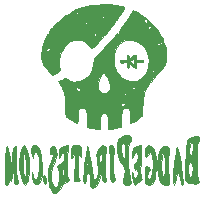
<source format=gbr>
%TF.GenerationSoftware,KiCad,Pcbnew,7.0.1*%
%TF.CreationDate,2023-09-13T18:48:41-05:00*%
%TF.ProjectId,Bsides-STL-Badge,42736964-6573-42d5-9354-4c2d42616467,rev?*%
%TF.SameCoordinates,Original*%
%TF.FileFunction,Legend,Bot*%
%TF.FilePolarity,Positive*%
%FSLAX46Y46*%
G04 Gerber Fmt 4.6, Leading zero omitted, Abs format (unit mm)*
G04 Created by KiCad (PCBNEW 7.0.1) date 2023-09-13 18:48:41*
%MOMM*%
%LPD*%
G01*
G04 APERTURE LIST*
%ADD10C,0.010000*%
G04 APERTURE END LIST*
%TO.C,G\u002A\u002A\u002A*%
D10*
X102480696Y-103320245D02*
X102544605Y-103709019D01*
X102531316Y-103921328D01*
X102450348Y-104044158D01*
X102345866Y-103765180D01*
X102332005Y-103426679D01*
X102418928Y-103262167D01*
X102480696Y-103320245D01*
G36*
X102480696Y-103320245D02*
G01*
X102544605Y-103709019D01*
X102531316Y-103921328D01*
X102450348Y-104044158D01*
X102345866Y-103765180D01*
X102332005Y-103426679D01*
X102418928Y-103262167D01*
X102480696Y-103320245D01*
G37*
X108156251Y-100724914D02*
X108268949Y-100808413D01*
X108301285Y-101129510D01*
X108281391Y-101848356D01*
X108276097Y-102764550D01*
X108338350Y-103400578D01*
X108379302Y-103605339D01*
X108359931Y-103784935D01*
X108207696Y-103826612D01*
X108146461Y-103824103D01*
X108033284Y-103739876D01*
X107996535Y-103416032D01*
X108008019Y-102692413D01*
X108011374Y-102530973D01*
X107998359Y-101695684D01*
X107940866Y-101140191D01*
X107900764Y-100934044D01*
X107925932Y-100762699D01*
X108083583Y-100722167D01*
X108156251Y-100724914D01*
G36*
X108156251Y-100724914D02*
G01*
X108268949Y-100808413D01*
X108301285Y-101129510D01*
X108281391Y-101848356D01*
X108276097Y-102764550D01*
X108338350Y-103400578D01*
X108379302Y-103605339D01*
X108359931Y-103784935D01*
X108207696Y-103826612D01*
X108146461Y-103824103D01*
X108033284Y-103739876D01*
X107996535Y-103416032D01*
X108008019Y-102692413D01*
X108011374Y-102530973D01*
X107998359Y-101695684D01*
X107940866Y-101140191D01*
X107900764Y-100934044D01*
X107925932Y-100762699D01*
X108083583Y-100722167D01*
X108156251Y-100724914D01*
G37*
X101124596Y-102246594D02*
X101145047Y-102844738D01*
X101017047Y-103756056D01*
X100992201Y-103853330D01*
X100819756Y-104120482D01*
X100619548Y-103966132D01*
X100432346Y-103453343D01*
X100298918Y-102645180D01*
X100302694Y-102391982D01*
X100599918Y-102391982D01*
X100616377Y-102910782D01*
X100680371Y-103392611D01*
X100765978Y-103507863D01*
X100844278Y-103165050D01*
X100862900Y-102941856D01*
X100869605Y-102246594D01*
X100816370Y-101668922D01*
X100718980Y-101427723D01*
X100712964Y-101428261D01*
X100627057Y-101670769D01*
X100599918Y-102391982D01*
X100302694Y-102391982D01*
X100306426Y-102141713D01*
X100405834Y-101490372D01*
X100558348Y-100948542D01*
X100718980Y-100722167D01*
X100726173Y-100723012D01*
X100876634Y-100954403D01*
X101032110Y-101472068D01*
X101114450Y-101949852D01*
X101124596Y-102246594D01*
G36*
X101124596Y-102246594D02*
G01*
X101145047Y-102844738D01*
X101017047Y-103756056D01*
X100992201Y-103853330D01*
X100819756Y-104120482D01*
X100619548Y-103966132D01*
X100432346Y-103453343D01*
X100298918Y-102645180D01*
X100302694Y-102391982D01*
X100599918Y-102391982D01*
X100616377Y-102910782D01*
X100680371Y-103392611D01*
X100765978Y-103507863D01*
X100844278Y-103165050D01*
X100862900Y-102941856D01*
X100869605Y-102246594D01*
X100816370Y-101668922D01*
X100718980Y-101427723D01*
X100712964Y-101428261D01*
X100627057Y-101670769D01*
X100599918Y-102391982D01*
X100302694Y-102391982D01*
X100306426Y-102141713D01*
X100405834Y-101490372D01*
X100558348Y-100948542D01*
X100718980Y-100722167D01*
X100726173Y-100723012D01*
X100876634Y-100954403D01*
X101032110Y-101472068D01*
X101114450Y-101949852D01*
X101124596Y-102246594D01*
G37*
X101710967Y-100750434D02*
X101927238Y-100910851D01*
X102081949Y-101189241D01*
X102180240Y-101716127D01*
X102225917Y-102517901D01*
X102195423Y-103294207D01*
X102088199Y-103811261D01*
X102081402Y-103824978D01*
X101902214Y-104002647D01*
X101672141Y-104036951D01*
X101614638Y-104018231D01*
X101436162Y-103826929D01*
X101365259Y-103403278D01*
X101351574Y-103078904D01*
X101380075Y-103008426D01*
X101492026Y-103339527D01*
X101577210Y-103551736D01*
X101754469Y-103646926D01*
X101896384Y-103327454D01*
X101971733Y-102694953D01*
X101949293Y-101851056D01*
X101899387Y-101573590D01*
X101753902Y-101311608D01*
X101592116Y-101322634D01*
X101485700Y-101639389D01*
X101441618Y-101828850D01*
X101365261Y-101582309D01*
X101329785Y-101340704D01*
X101324215Y-100947309D01*
X101347965Y-100864687D01*
X101496691Y-100728282D01*
X101710967Y-100750434D01*
G36*
X101710967Y-100750434D02*
G01*
X101927238Y-100910851D01*
X102081949Y-101189241D01*
X102180240Y-101716127D01*
X102225917Y-102517901D01*
X102195423Y-103294207D01*
X102088199Y-103811261D01*
X102081402Y-103824978D01*
X101902214Y-104002647D01*
X101672141Y-104036951D01*
X101614638Y-104018231D01*
X101436162Y-103826929D01*
X101365259Y-103403278D01*
X101351574Y-103078904D01*
X101380075Y-103008426D01*
X101492026Y-103339527D01*
X101577210Y-103551736D01*
X101754469Y-103646926D01*
X101896384Y-103327454D01*
X101971733Y-102694953D01*
X101949293Y-101851056D01*
X101899387Y-101573590D01*
X101753902Y-101311608D01*
X101592116Y-101322634D01*
X101485700Y-101639389D01*
X101441618Y-101828850D01*
X101365261Y-101582309D01*
X101329785Y-101340704D01*
X101324215Y-100947309D01*
X101347965Y-100864687D01*
X101496691Y-100728282D01*
X101710967Y-100750434D01*
G37*
X105283746Y-100728660D02*
X105462887Y-100792270D01*
X105542661Y-100964992D01*
X105560855Y-101296541D01*
X105559532Y-101459643D01*
X105522484Y-101721752D01*
X105402105Y-101568834D01*
X105375352Y-101519255D01*
X105287293Y-101433203D01*
X105250658Y-101683891D01*
X105243355Y-102384877D01*
X105245860Y-102722114D01*
X105284900Y-103364787D01*
X105382262Y-103632069D01*
X105408157Y-103677508D01*
X105344229Y-103741834D01*
X105163980Y-103771593D01*
X105050404Y-103766872D01*
X104915395Y-103720540D01*
X104906012Y-103639701D01*
X104924713Y-103594265D01*
X104982663Y-103124816D01*
X105005230Y-102335538D01*
X104999582Y-101740945D01*
X104970935Y-101414331D01*
X104909980Y-101512389D01*
X104824159Y-101761092D01*
X104723268Y-101777956D01*
X104687730Y-101286612D01*
X104692387Y-101088589D01*
X104740576Y-100852593D01*
X104872004Y-100746667D01*
X105124293Y-100722167D01*
X105283746Y-100728660D01*
G36*
X105283746Y-100728660D02*
G01*
X105462887Y-100792270D01*
X105542661Y-100964992D01*
X105560855Y-101296541D01*
X105559532Y-101459643D01*
X105522484Y-101721752D01*
X105402105Y-101568834D01*
X105375352Y-101519255D01*
X105287293Y-101433203D01*
X105250658Y-101683891D01*
X105243355Y-102384877D01*
X105245860Y-102722114D01*
X105284900Y-103364787D01*
X105382262Y-103632069D01*
X105408157Y-103677508D01*
X105344229Y-103741834D01*
X105163980Y-103771593D01*
X105050404Y-103766872D01*
X104915395Y-103720540D01*
X104906012Y-103639701D01*
X104924713Y-103594265D01*
X104982663Y-103124816D01*
X105005230Y-102335538D01*
X104999582Y-101740945D01*
X104970935Y-101414331D01*
X104909980Y-101512389D01*
X104824159Y-101761092D01*
X104723268Y-101777956D01*
X104687730Y-101286612D01*
X104692387Y-101088589D01*
X104740576Y-100852593D01*
X104872004Y-100746667D01*
X105124293Y-100722167D01*
X105283746Y-100728660D01*
G37*
X112907859Y-102076141D02*
X112883006Y-102648878D01*
X112942792Y-103544800D01*
X112964661Y-103698077D01*
X112977173Y-103972749D01*
X112894682Y-104086431D01*
X112685372Y-104108834D01*
X112575874Y-104094828D01*
X112259860Y-103833895D01*
X112059974Y-103269047D01*
X111990230Y-102434054D01*
X111990252Y-102415501D01*
X112347418Y-102415501D01*
X112348309Y-102537935D01*
X112392902Y-103195388D01*
X112479513Y-103519695D01*
X112572981Y-103449448D01*
X112638142Y-102923237D01*
X112653712Y-102076141D01*
X112599458Y-101491296D01*
X112479632Y-101344921D01*
X112471893Y-101350913D01*
X112376831Y-101660170D01*
X112347418Y-102415501D01*
X111990252Y-102415501D01*
X111990259Y-102409628D01*
X112040821Y-101619043D01*
X112202169Y-101110163D01*
X112495618Y-100814696D01*
X112618487Y-100760719D01*
X112846632Y-100784262D01*
X112972419Y-100992384D01*
X112969615Y-101355174D01*
X112924860Y-101684355D01*
X112907859Y-102076141D01*
G36*
X112907859Y-102076141D02*
G01*
X112883006Y-102648878D01*
X112942792Y-103544800D01*
X112964661Y-103698077D01*
X112977173Y-103972749D01*
X112894682Y-104086431D01*
X112685372Y-104108834D01*
X112575874Y-104094828D01*
X112259860Y-103833895D01*
X112059974Y-103269047D01*
X111990230Y-102434054D01*
X111990252Y-102415501D01*
X112347418Y-102415501D01*
X112348309Y-102537935D01*
X112392902Y-103195388D01*
X112479513Y-103519695D01*
X112572981Y-103449448D01*
X112638142Y-102923237D01*
X112653712Y-102076141D01*
X112599458Y-101491296D01*
X112479632Y-101344921D01*
X112471893Y-101350913D01*
X112376831Y-101660170D01*
X112347418Y-102415501D01*
X111990252Y-102415501D01*
X111990259Y-102409628D01*
X112040821Y-101619043D01*
X112202169Y-101110163D01*
X112495618Y-100814696D01*
X112618487Y-100760719D01*
X112846632Y-100784262D01*
X112972419Y-100992384D01*
X112969615Y-101355174D01*
X112924860Y-101684355D01*
X112907859Y-102076141D01*
G37*
X113974306Y-102333240D02*
X113998097Y-102489794D01*
X114094182Y-103290784D01*
X114133355Y-103861078D01*
X114131103Y-103949846D01*
X114075204Y-104122190D01*
X113985675Y-103959699D01*
X113918229Y-103544389D01*
X113867311Y-103217255D01*
X113732572Y-102979945D01*
X113639309Y-103085865D01*
X113538043Y-103544389D01*
X113495089Y-103876196D01*
X113418316Y-104108834D01*
X113382246Y-104096122D01*
X113311299Y-103830596D01*
X113331888Y-103189610D01*
X113431140Y-102257733D01*
X113657105Y-102257733D01*
X113658658Y-102400224D01*
X113696153Y-102685249D01*
X113772778Y-102435002D01*
X113783564Y-102333240D01*
X113737775Y-101995012D01*
X113696158Y-101967058D01*
X113657105Y-102257733D01*
X113431140Y-102257733D01*
X113444563Y-102131705D01*
X113544152Y-101360984D01*
X113618177Y-100951101D01*
X113682518Y-100905231D01*
X113763633Y-101141248D01*
X113763815Y-101141898D01*
X113877257Y-101694651D01*
X113974306Y-102333240D01*
G36*
X113974306Y-102333240D02*
G01*
X113998097Y-102489794D01*
X114094182Y-103290784D01*
X114133355Y-103861078D01*
X114131103Y-103949846D01*
X114075204Y-104122190D01*
X113985675Y-103959699D01*
X113918229Y-103544389D01*
X113867311Y-103217255D01*
X113732572Y-102979945D01*
X113639309Y-103085865D01*
X113538043Y-103544389D01*
X113495089Y-103876196D01*
X113418316Y-104108834D01*
X113382246Y-104096122D01*
X113311299Y-103830596D01*
X113331888Y-103189610D01*
X113431140Y-102257733D01*
X113657105Y-102257733D01*
X113658658Y-102400224D01*
X113696153Y-102685249D01*
X113772778Y-102435002D01*
X113783564Y-102333240D01*
X113737775Y-101995012D01*
X113696158Y-101967058D01*
X113657105Y-102257733D01*
X113431140Y-102257733D01*
X113444563Y-102131705D01*
X113544152Y-101360984D01*
X113618177Y-100951101D01*
X113682518Y-100905231D01*
X113763633Y-101141248D01*
X113763815Y-101141898D01*
X113877257Y-101694651D01*
X113974306Y-102333240D01*
G37*
X111459297Y-100762673D02*
X111668818Y-100996945D01*
X111710635Y-101092122D01*
X111841696Y-101742668D01*
X111873131Y-102596926D01*
X111793585Y-103433163D01*
X111717026Y-103767062D01*
X111567554Y-104037848D01*
X111322966Y-104108834D01*
X111271594Y-104107939D01*
X111075728Y-104050928D01*
X110980599Y-103839153D01*
X110937732Y-103381034D01*
X110946439Y-102766613D01*
X111058320Y-102448440D01*
X111256012Y-102570093D01*
X111303333Y-102644999D01*
X111353330Y-102788781D01*
X111256012Y-102903204D01*
X111168268Y-103030965D01*
X111122402Y-103341430D01*
X111216324Y-103623846D01*
X111217160Y-103624906D01*
X111399457Y-103605455D01*
X111538206Y-103152607D01*
X111593355Y-102396713D01*
X111592731Y-102298640D01*
X111529635Y-101586196D01*
X111382335Y-101315831D01*
X111178237Y-101543848D01*
X111056092Y-101746425D01*
X110968530Y-101653438D01*
X110985746Y-101157672D01*
X111053653Y-100913760D01*
X111233851Y-100739743D01*
X111459297Y-100762673D01*
G36*
X111459297Y-100762673D02*
G01*
X111668818Y-100996945D01*
X111710635Y-101092122D01*
X111841696Y-101742668D01*
X111873131Y-102596926D01*
X111793585Y-103433163D01*
X111717026Y-103767062D01*
X111567554Y-104037848D01*
X111322966Y-104108834D01*
X111271594Y-104107939D01*
X111075728Y-104050928D01*
X110980599Y-103839153D01*
X110937732Y-103381034D01*
X110946439Y-102766613D01*
X111058320Y-102448440D01*
X111256012Y-102570093D01*
X111303333Y-102644999D01*
X111353330Y-102788781D01*
X111256012Y-102903204D01*
X111168268Y-103030965D01*
X111122402Y-103341430D01*
X111216324Y-103623846D01*
X111217160Y-103624906D01*
X111399457Y-103605455D01*
X111538206Y-103152607D01*
X111593355Y-102396713D01*
X111592731Y-102298640D01*
X111529635Y-101586196D01*
X111382335Y-101315831D01*
X111178237Y-101543848D01*
X111056092Y-101746425D01*
X110968530Y-101653438D01*
X110985746Y-101157672D01*
X111053653Y-100913760D01*
X111233851Y-100739743D01*
X111459297Y-100762673D01*
G37*
X110579791Y-102119453D02*
X110566646Y-102876116D01*
X110586224Y-103408984D01*
X110650600Y-103584438D01*
X110668442Y-103603634D01*
X110611991Y-103696200D01*
X110442418Y-103826612D01*
X110370103Y-103873471D01*
X110190083Y-103999075D01*
X110111566Y-104068785D01*
X110103930Y-104086495D01*
X110006925Y-104015951D01*
X109898479Y-103694381D01*
X109847105Y-103316639D01*
X109865008Y-103034086D01*
X109942355Y-103205723D01*
X109972564Y-103299949D01*
X110125919Y-103525846D01*
X110263614Y-103448834D01*
X110323355Y-103088140D01*
X110294671Y-102798313D01*
X110164605Y-102779496D01*
X110064198Y-102807512D01*
X110005855Y-102530190D01*
X110035881Y-102298604D01*
X110164605Y-102133278D01*
X110257181Y-102054706D01*
X110323355Y-101709945D01*
X110319145Y-101599848D01*
X110233963Y-101329116D01*
X110085378Y-101338590D01*
X109934651Y-101639389D01*
X109917838Y-101695556D01*
X109855325Y-101803549D01*
X109859959Y-101427723D01*
X109899315Y-101102056D01*
X110017739Y-100883948D01*
X110253260Y-100778897D01*
X110618299Y-100694516D01*
X110579791Y-102119453D01*
G36*
X110579791Y-102119453D02*
G01*
X110566646Y-102876116D01*
X110586224Y-103408984D01*
X110650600Y-103584438D01*
X110668442Y-103603634D01*
X110611991Y-103696200D01*
X110442418Y-103826612D01*
X110370103Y-103873471D01*
X110190083Y-103999075D01*
X110111566Y-104068785D01*
X110103930Y-104086495D01*
X110006925Y-104015951D01*
X109898479Y-103694381D01*
X109847105Y-103316639D01*
X109865008Y-103034086D01*
X109942355Y-103205723D01*
X109972564Y-103299949D01*
X110125919Y-103525846D01*
X110263614Y-103448834D01*
X110323355Y-103088140D01*
X110294671Y-102798313D01*
X110164605Y-102779496D01*
X110064198Y-102807512D01*
X110005855Y-102530190D01*
X110035881Y-102298604D01*
X110164605Y-102133278D01*
X110257181Y-102054706D01*
X110323355Y-101709945D01*
X110319145Y-101599848D01*
X110233963Y-101329116D01*
X110085378Y-101338590D01*
X109934651Y-101639389D01*
X109917838Y-101695556D01*
X109855325Y-101803549D01*
X109859959Y-101427723D01*
X109899315Y-101102056D01*
X110017739Y-100883948D01*
X110253260Y-100778897D01*
X110618299Y-100694516D01*
X110579791Y-102119453D01*
G37*
X100016347Y-100822457D02*
X100041397Y-101167893D01*
X100025840Y-101941061D01*
X100020032Y-102156836D01*
X100023819Y-102973506D01*
X100074823Y-103383156D01*
X100105236Y-103466120D01*
X100163355Y-103841497D01*
X100122962Y-103986192D01*
X99984762Y-104008384D01*
X99876755Y-103889876D01*
X99826961Y-103657377D01*
X99844241Y-103452918D01*
X99893740Y-102888121D01*
X99918376Y-102512336D01*
X99901250Y-102226635D01*
X99837602Y-102370857D01*
X99759074Y-102934180D01*
X99723674Y-103268631D01*
X99641601Y-103744589D01*
X99560642Y-103669885D01*
X99465709Y-103050501D01*
X99372416Y-102274389D01*
X99408714Y-103191612D01*
X99421752Y-103698307D01*
X99386932Y-104033724D01*
X99268402Y-104108891D01*
X99192812Y-104087493D01*
X99126293Y-103914625D01*
X99097818Y-103451282D01*
X99091793Y-102560744D01*
X99102816Y-101830453D01*
X99159396Y-101066467D01*
X99252668Y-100798813D01*
X99369790Y-101050181D01*
X99497916Y-101843264D01*
X99582147Y-102541028D01*
X99694762Y-101705604D01*
X99698317Y-101679648D01*
X99814671Y-101080217D01*
X99936383Y-100781846D01*
X99940973Y-100778827D01*
X100016347Y-100822457D01*
G36*
X100016347Y-100822457D02*
G01*
X100041397Y-101167893D01*
X100025840Y-101941061D01*
X100020032Y-102156836D01*
X100023819Y-102973506D01*
X100074823Y-103383156D01*
X100105236Y-103466120D01*
X100163355Y-103841497D01*
X100122962Y-103986192D01*
X99984762Y-104008384D01*
X99876755Y-103889876D01*
X99826961Y-103657377D01*
X99844241Y-103452918D01*
X99893740Y-102888121D01*
X99918376Y-102512336D01*
X99901250Y-102226635D01*
X99837602Y-102370857D01*
X99759074Y-102934180D01*
X99723674Y-103268631D01*
X99641601Y-103744589D01*
X99560642Y-103669885D01*
X99465709Y-103050501D01*
X99372416Y-102274389D01*
X99408714Y-103191612D01*
X99421752Y-103698307D01*
X99386932Y-104033724D01*
X99268402Y-104108891D01*
X99192812Y-104087493D01*
X99126293Y-103914625D01*
X99097818Y-103451282D01*
X99091793Y-102560744D01*
X99102816Y-101830453D01*
X99159396Y-101066467D01*
X99252668Y-100798813D01*
X99369790Y-101050181D01*
X99497916Y-101843264D01*
X99582147Y-102541028D01*
X99694762Y-101705604D01*
X99698317Y-101679648D01*
X99814671Y-101080217D01*
X99936383Y-100781846D01*
X99940973Y-100778827D01*
X100016347Y-100822457D01*
G37*
X109534443Y-101517907D02*
X109529605Y-101859914D01*
X109532825Y-102332712D01*
X109568586Y-103106884D01*
X109648668Y-103442330D01*
X109704563Y-103548285D01*
X109767730Y-103856806D01*
X109732817Y-103967975D01*
X109591307Y-104072876D01*
X109398490Y-104107122D01*
X109217146Y-104063332D01*
X109110052Y-103934125D01*
X109103662Y-103749668D01*
X109176927Y-103346928D01*
X109255781Y-102913283D01*
X109201054Y-102560319D01*
X108995018Y-102282965D01*
X108860881Y-102126390D01*
X108658984Y-101666694D01*
X108587326Y-101215203D01*
X108909394Y-101215203D01*
X108909566Y-101218363D01*
X108982964Y-101589010D01*
X109112739Y-101795752D01*
X109236103Y-101788685D01*
X109290265Y-101517907D01*
X109283079Y-101322418D01*
X109218901Y-100751598D01*
X109184580Y-100613222D01*
X109057916Y-100505062D01*
X108943072Y-100740346D01*
X108909394Y-101215203D01*
X108587326Y-101215203D01*
X108571279Y-101114093D01*
X108608331Y-100573727D01*
X108780710Y-100150737D01*
X108820631Y-100102934D01*
X109031250Y-99955906D01*
X109280145Y-99888217D01*
X109518442Y-99899521D01*
X109697262Y-99989471D01*
X109767730Y-100157723D01*
X109754298Y-100287553D01*
X109648668Y-100439945D01*
X109585861Y-100532860D01*
X109542203Y-100969415D01*
X109534443Y-101517907D01*
G36*
X109534443Y-101517907D02*
G01*
X109529605Y-101859914D01*
X109532825Y-102332712D01*
X109568586Y-103106884D01*
X109648668Y-103442330D01*
X109704563Y-103548285D01*
X109767730Y-103856806D01*
X109732817Y-103967975D01*
X109591307Y-104072876D01*
X109398490Y-104107122D01*
X109217146Y-104063332D01*
X109110052Y-103934125D01*
X109103662Y-103749668D01*
X109176927Y-103346928D01*
X109255781Y-102913283D01*
X109201054Y-102560319D01*
X108995018Y-102282965D01*
X108860881Y-102126390D01*
X108658984Y-101666694D01*
X108587326Y-101215203D01*
X108909394Y-101215203D01*
X108909566Y-101218363D01*
X108982964Y-101589010D01*
X109112739Y-101795752D01*
X109236103Y-101788685D01*
X109290265Y-101517907D01*
X109283079Y-101322418D01*
X109218901Y-100751598D01*
X109184580Y-100613222D01*
X109057916Y-100505062D01*
X108943072Y-100740346D01*
X108909394Y-101215203D01*
X108587326Y-101215203D01*
X108571279Y-101114093D01*
X108608331Y-100573727D01*
X108780710Y-100150737D01*
X108820631Y-100102934D01*
X109031250Y-99955906D01*
X109280145Y-99888217D01*
X109518442Y-99899521D01*
X109697262Y-99989471D01*
X109767730Y-100157723D01*
X109754298Y-100287553D01*
X109648668Y-100439945D01*
X109585861Y-100532860D01*
X109542203Y-100969415D01*
X109534443Y-101517907D01*
G37*
X115338510Y-101004389D02*
X115333961Y-101065020D01*
X115323980Y-101992167D01*
X115331056Y-102630974D01*
X115333866Y-102695125D01*
X115359887Y-103289216D01*
X115403355Y-103544389D01*
X115422178Y-103551950D01*
X115482730Y-103808804D01*
X115482221Y-103819962D01*
X115400752Y-103925191D01*
X115213668Y-103972938D01*
X114969217Y-103968316D01*
X114715647Y-103916436D01*
X114501206Y-103822410D01*
X114374142Y-103691349D01*
X114341678Y-103570014D01*
X114297604Y-103035956D01*
X114303807Y-102469406D01*
X114572641Y-102469406D01*
X114615191Y-103017052D01*
X114673139Y-103324350D01*
X114751304Y-103522109D01*
X114826632Y-103465001D01*
X114964963Y-103139903D01*
X115015946Y-102695125D01*
X114970932Y-102302355D01*
X114821272Y-102133278D01*
X114661503Y-102191200D01*
X114572641Y-102469406D01*
X114303807Y-102469406D01*
X114304434Y-102412184D01*
X114364029Y-102008542D01*
X114396967Y-101840149D01*
X114398198Y-101337171D01*
X114396993Y-101052032D01*
X114658606Y-101052032D01*
X114663211Y-101383134D01*
X114665133Y-101389878D01*
X114806239Y-101593345D01*
X114944287Y-101438076D01*
X115006480Y-101004389D01*
X114985814Y-100675156D01*
X114897137Y-100439945D01*
X114871176Y-100447959D01*
X114744884Y-100671938D01*
X114658606Y-101052032D01*
X114396993Y-101052032D01*
X114396790Y-101004068D01*
X114479542Y-100472406D01*
X114518450Y-100382119D01*
X114702325Y-100153905D01*
X114947855Y-99995631D01*
X115201227Y-99925474D01*
X115408629Y-99961612D01*
X115516247Y-100122223D01*
X115528207Y-100292719D01*
X115447727Y-100439945D01*
X115440940Y-100440516D01*
X115369932Y-100585625D01*
X115338510Y-101004389D01*
G36*
X115338510Y-101004389D02*
G01*
X115333961Y-101065020D01*
X115323980Y-101992167D01*
X115331056Y-102630974D01*
X115333866Y-102695125D01*
X115359887Y-103289216D01*
X115403355Y-103544389D01*
X115422178Y-103551950D01*
X115482730Y-103808804D01*
X115482221Y-103819962D01*
X115400752Y-103925191D01*
X115213668Y-103972938D01*
X114969217Y-103968316D01*
X114715647Y-103916436D01*
X114501206Y-103822410D01*
X114374142Y-103691349D01*
X114341678Y-103570014D01*
X114297604Y-103035956D01*
X114303807Y-102469406D01*
X114572641Y-102469406D01*
X114615191Y-103017052D01*
X114673139Y-103324350D01*
X114751304Y-103522109D01*
X114826632Y-103465001D01*
X114964963Y-103139903D01*
X115015946Y-102695125D01*
X114970932Y-102302355D01*
X114821272Y-102133278D01*
X114661503Y-102191200D01*
X114572641Y-102469406D01*
X114303807Y-102469406D01*
X114304434Y-102412184D01*
X114364029Y-102008542D01*
X114396967Y-101840149D01*
X114398198Y-101337171D01*
X114396993Y-101052032D01*
X114658606Y-101052032D01*
X114663211Y-101383134D01*
X114665133Y-101389878D01*
X114806239Y-101593345D01*
X114944287Y-101438076D01*
X115006480Y-101004389D01*
X114985814Y-100675156D01*
X114897137Y-100439945D01*
X114871176Y-100447959D01*
X114744884Y-100671938D01*
X114658606Y-101052032D01*
X114396993Y-101052032D01*
X114396790Y-101004068D01*
X114479542Y-100472406D01*
X114518450Y-100382119D01*
X114702325Y-100153905D01*
X114947855Y-99995631D01*
X115201227Y-99925474D01*
X115408629Y-99961612D01*
X115516247Y-100122223D01*
X115528207Y-100292719D01*
X115447727Y-100439945D01*
X115440940Y-100440516D01*
X115369932Y-100585625D01*
X115338510Y-101004389D01*
G37*
X104388570Y-103144575D02*
X104389147Y-103187593D01*
X104458201Y-103569250D01*
X104480634Y-103627535D01*
X104470576Y-103773556D01*
X104310412Y-103822290D01*
X104265342Y-103830389D01*
X104010765Y-104027243D01*
X103754787Y-104403765D01*
X103453279Y-104791783D01*
X103126715Y-104748698D01*
X102843976Y-104191609D01*
X102815670Y-104092473D01*
X102723696Y-103411859D01*
X102774919Y-102732521D01*
X102961324Y-102191078D01*
X103091445Y-101911395D01*
X103172519Y-101577821D01*
X103148411Y-101381809D01*
X103011464Y-101438320D01*
X102891755Y-101499458D01*
X102878679Y-101245672D01*
X102925009Y-101020169D01*
X103079822Y-100804298D01*
X103265683Y-100826713D01*
X103408693Y-101106780D01*
X103427915Y-101190446D01*
X103464881Y-101429927D01*
X103439375Y-101675486D01*
X103329965Y-102038349D01*
X103115217Y-102629738D01*
X102999920Y-103058911D01*
X102985066Y-103619852D01*
X102991182Y-103669646D01*
X103124687Y-104115838D01*
X103331577Y-104352806D01*
X103536616Y-104289239D01*
X103601144Y-104092164D01*
X103650679Y-103553273D01*
X103638391Y-103032862D01*
X103912171Y-103032862D01*
X103990633Y-103404354D01*
X104085837Y-103453636D01*
X104132105Y-103144575D01*
X104115771Y-102924955D01*
X104006428Y-102697723D01*
X103946717Y-102744973D01*
X103912171Y-103032862D01*
X103638391Y-103032862D01*
X103636943Y-102971544D01*
X103556637Y-102621813D01*
X103542545Y-102573851D01*
X103614258Y-102438389D01*
X103794762Y-102291266D01*
X103848621Y-102254615D01*
X104057019Y-102004696D01*
X104132105Y-101685138D01*
X104127453Y-101575184D01*
X104040875Y-101323386D01*
X103892125Y-101342347D01*
X103743401Y-101639389D01*
X103726588Y-101695556D01*
X103664075Y-101803549D01*
X103668709Y-101427723D01*
X103708792Y-101099184D01*
X103827807Y-100883084D01*
X104063985Y-100778610D01*
X104431000Y-100693942D01*
X104389367Y-102007237D01*
X104378862Y-102421308D01*
X104388570Y-103144575D01*
G36*
X104388570Y-103144575D02*
G01*
X104389147Y-103187593D01*
X104458201Y-103569250D01*
X104480634Y-103627535D01*
X104470576Y-103773556D01*
X104310412Y-103822290D01*
X104265342Y-103830389D01*
X104010765Y-104027243D01*
X103754787Y-104403765D01*
X103453279Y-104791783D01*
X103126715Y-104748698D01*
X102843976Y-104191609D01*
X102815670Y-104092473D01*
X102723696Y-103411859D01*
X102774919Y-102732521D01*
X102961324Y-102191078D01*
X103091445Y-101911395D01*
X103172519Y-101577821D01*
X103148411Y-101381809D01*
X103011464Y-101438320D01*
X102891755Y-101499458D01*
X102878679Y-101245672D01*
X102925009Y-101020169D01*
X103079822Y-100804298D01*
X103265683Y-100826713D01*
X103408693Y-101106780D01*
X103427915Y-101190446D01*
X103464881Y-101429927D01*
X103439375Y-101675486D01*
X103329965Y-102038349D01*
X103115217Y-102629738D01*
X102999920Y-103058911D01*
X102985066Y-103619852D01*
X102991182Y-103669646D01*
X103124687Y-104115838D01*
X103331577Y-104352806D01*
X103536616Y-104289239D01*
X103601144Y-104092164D01*
X103650679Y-103553273D01*
X103638391Y-103032862D01*
X103912171Y-103032862D01*
X103990633Y-103404354D01*
X104085837Y-103453636D01*
X104132105Y-103144575D01*
X104115771Y-102924955D01*
X104006428Y-102697723D01*
X103946717Y-102744973D01*
X103912171Y-103032862D01*
X103638391Y-103032862D01*
X103636943Y-102971544D01*
X103556637Y-102621813D01*
X103542545Y-102573851D01*
X103614258Y-102438389D01*
X103794762Y-102291266D01*
X103848621Y-102254615D01*
X104057019Y-102004696D01*
X104132105Y-101685138D01*
X104127453Y-101575184D01*
X104040875Y-101323386D01*
X103892125Y-101342347D01*
X103743401Y-101639389D01*
X103726588Y-101695556D01*
X103664075Y-101803549D01*
X103668709Y-101427723D01*
X103708792Y-101099184D01*
X103827807Y-100883084D01*
X104063985Y-100778610D01*
X104431000Y-100693942D01*
X104389367Y-102007237D01*
X104378862Y-102421308D01*
X104388570Y-103144575D01*
G37*
X107556617Y-101874575D02*
X107549252Y-102013936D01*
X107551717Y-102701126D01*
X107583916Y-103315554D01*
X107644449Y-103639701D01*
X107665233Y-103739220D01*
X107565074Y-103804331D01*
X107407865Y-103799220D01*
X107300252Y-103665663D01*
X107291280Y-103332723D01*
X107293018Y-103304868D01*
X107287886Y-103012502D01*
X107205928Y-103134470D01*
X107036509Y-103685501D01*
X106868514Y-104135372D01*
X106566991Y-104391056D01*
X106422524Y-104365437D01*
X106322882Y-104190268D01*
X106305414Y-103756056D01*
X106306241Y-103662434D01*
X106266199Y-103233507D01*
X106116480Y-103121056D01*
X105987044Y-103203912D01*
X105918043Y-103544389D01*
X105918016Y-103553935D01*
X105866354Y-103891537D01*
X105770170Y-103953548D01*
X105709832Y-103685501D01*
X105709365Y-103582490D01*
X105744879Y-103015384D01*
X105799436Y-102490852D01*
X106075298Y-102490852D01*
X106118972Y-102697723D01*
X106154316Y-102650032D01*
X106195855Y-102274389D01*
X106192408Y-102081514D01*
X106164660Y-101851056D01*
X106144116Y-101903051D01*
X106087776Y-102274389D01*
X106075298Y-102490852D01*
X105799436Y-102490852D01*
X105821627Y-102277496D01*
X105917152Y-101545856D01*
X106008994Y-100997498D01*
X106074694Y-100809451D01*
X106126384Y-100967772D01*
X106238967Y-101512784D01*
X106366971Y-102274389D01*
X106370200Y-102293605D01*
X106466398Y-102867521D01*
X106587143Y-103444975D01*
X106667856Y-103657278D01*
X106759966Y-103618525D01*
X106879313Y-103466641D01*
X106940139Y-103109899D01*
X106948335Y-102727389D01*
X106889100Y-102104933D01*
X106865374Y-101958705D01*
X106854119Y-101757114D01*
X107083004Y-101757114D01*
X107096995Y-101935568D01*
X107176774Y-102298996D01*
X107265285Y-102288348D01*
X107307105Y-101874575D01*
X107285270Y-101524012D01*
X107182223Y-101286612D01*
X107117197Y-101354324D01*
X107083004Y-101757114D01*
X106854119Y-101757114D01*
X106840831Y-101519093D01*
X106945245Y-101128312D01*
X107119717Y-100855567D01*
X107342016Y-100734381D01*
X107545293Y-100780240D01*
X107664293Y-101004389D01*
X107676696Y-101113712D01*
X107629290Y-101286612D01*
X107577922Y-101471503D01*
X107556617Y-101874575D01*
G36*
X107556617Y-101874575D02*
G01*
X107549252Y-102013936D01*
X107551717Y-102701126D01*
X107583916Y-103315554D01*
X107644449Y-103639701D01*
X107665233Y-103739220D01*
X107565074Y-103804331D01*
X107407865Y-103799220D01*
X107300252Y-103665663D01*
X107291280Y-103332723D01*
X107293018Y-103304868D01*
X107287886Y-103012502D01*
X107205928Y-103134470D01*
X107036509Y-103685501D01*
X106868514Y-104135372D01*
X106566991Y-104391056D01*
X106422524Y-104365437D01*
X106322882Y-104190268D01*
X106305414Y-103756056D01*
X106306241Y-103662434D01*
X106266199Y-103233507D01*
X106116480Y-103121056D01*
X105987044Y-103203912D01*
X105918043Y-103544389D01*
X105918016Y-103553935D01*
X105866354Y-103891537D01*
X105770170Y-103953548D01*
X105709832Y-103685501D01*
X105709365Y-103582490D01*
X105744879Y-103015384D01*
X105799436Y-102490852D01*
X106075298Y-102490852D01*
X106118972Y-102697723D01*
X106154316Y-102650032D01*
X106195855Y-102274389D01*
X106192408Y-102081514D01*
X106164660Y-101851056D01*
X106144116Y-101903051D01*
X106087776Y-102274389D01*
X106075298Y-102490852D01*
X105799436Y-102490852D01*
X105821627Y-102277496D01*
X105917152Y-101545856D01*
X106008994Y-100997498D01*
X106074694Y-100809451D01*
X106126384Y-100967772D01*
X106238967Y-101512784D01*
X106366971Y-102274389D01*
X106370200Y-102293605D01*
X106466398Y-102867521D01*
X106587143Y-103444975D01*
X106667856Y-103657278D01*
X106759966Y-103618525D01*
X106879313Y-103466641D01*
X106940139Y-103109899D01*
X106948335Y-102727389D01*
X106889100Y-102104933D01*
X106865374Y-101958705D01*
X106854119Y-101757114D01*
X107083004Y-101757114D01*
X107096995Y-101935568D01*
X107176774Y-102298996D01*
X107265285Y-102288348D01*
X107307105Y-101874575D01*
X107285270Y-101524012D01*
X107182223Y-101286612D01*
X107117197Y-101354324D01*
X107083004Y-101757114D01*
X106854119Y-101757114D01*
X106840831Y-101519093D01*
X106945245Y-101128312D01*
X107119717Y-100855567D01*
X107342016Y-100734381D01*
X107545293Y-100780240D01*
X107664293Y-101004389D01*
X107676696Y-101113712D01*
X107629290Y-101286612D01*
X107577922Y-101471503D01*
X107556617Y-101874575D01*
G37*
X110795376Y-93619684D02*
X110795981Y-93624985D01*
X110797909Y-93676776D01*
X110779743Y-93707400D01*
X110726975Y-93721555D01*
X110625101Y-93723937D01*
X110459615Y-93719244D01*
X110215384Y-93711191D01*
X110215384Y-93923160D01*
X110213317Y-94007765D01*
X110203860Y-94110395D01*
X110189333Y-94161180D01*
X110173106Y-94174771D01*
X110138922Y-94182274D01*
X110086274Y-94162025D01*
X110000735Y-94107303D01*
X109867881Y-94011385D01*
X109845460Y-93994942D01*
X109732353Y-93914023D01*
X109648117Y-93857069D01*
X109609582Y-93835539D01*
X109607910Y-93836016D01*
X109595315Y-93877188D01*
X109590154Y-93964492D01*
X109590141Y-93967550D01*
X109576292Y-94070428D01*
X109544191Y-94139409D01*
X109494750Y-94166846D01*
X109443100Y-94137865D01*
X109407826Y-94047492D01*
X109394769Y-93904897D01*
X109394769Y-93710286D01*
X109135507Y-93724066D01*
X109063707Y-93727218D01*
X108943440Y-93725472D01*
X108873497Y-93708391D01*
X108834927Y-93672737D01*
X108814698Y-93621981D01*
X108816602Y-93617057D01*
X109659519Y-93617057D01*
X109771375Y-93708691D01*
X109880484Y-93795780D01*
X109959337Y-93843949D01*
X110000956Y-93833491D01*
X110017218Y-93760153D01*
X110020000Y-93619684D01*
X110019415Y-93504622D01*
X110009778Y-93418450D01*
X109977549Y-93396029D01*
X109909129Y-93431342D01*
X109790913Y-93518375D01*
X109659519Y-93617057D01*
X108816602Y-93617057D01*
X108843497Y-93547516D01*
X108852623Y-93537665D01*
X108905058Y-93509686D01*
X108994964Y-93501478D01*
X109141964Y-93510617D01*
X109390544Y-93533830D01*
X109402426Y-93303684D01*
X109408083Y-93215724D01*
X109421994Y-93124859D01*
X109447798Y-93083400D01*
X109492461Y-93073539D01*
X109537084Y-93083427D01*
X109570326Y-93133045D01*
X109590154Y-93241788D01*
X109609692Y-93410038D01*
X109854228Y-93227955D01*
X109880288Y-93208696D01*
X110023448Y-93112247D01*
X110120091Y-93072306D01*
X110178663Y-93090813D01*
X110207612Y-93169710D01*
X110215384Y-93310936D01*
X110215384Y-93531247D01*
X110782000Y-93503385D01*
X110794365Y-93610846D01*
X110795376Y-93619684D01*
G36*
X110795376Y-93619684D02*
G01*
X110795981Y-93624985D01*
X110797909Y-93676776D01*
X110779743Y-93707400D01*
X110726975Y-93721555D01*
X110625101Y-93723937D01*
X110459615Y-93719244D01*
X110215384Y-93711191D01*
X110215384Y-93923160D01*
X110213317Y-94007765D01*
X110203860Y-94110395D01*
X110189333Y-94161180D01*
X110173106Y-94174771D01*
X110138922Y-94182274D01*
X110086274Y-94162025D01*
X110000735Y-94107303D01*
X109867881Y-94011385D01*
X109845460Y-93994942D01*
X109732353Y-93914023D01*
X109648117Y-93857069D01*
X109609582Y-93835539D01*
X109607910Y-93836016D01*
X109595315Y-93877188D01*
X109590154Y-93964492D01*
X109590141Y-93967550D01*
X109576292Y-94070428D01*
X109544191Y-94139409D01*
X109494750Y-94166846D01*
X109443100Y-94137865D01*
X109407826Y-94047492D01*
X109394769Y-93904897D01*
X109394769Y-93710286D01*
X109135507Y-93724066D01*
X109063707Y-93727218D01*
X108943440Y-93725472D01*
X108873497Y-93708391D01*
X108834927Y-93672737D01*
X108814698Y-93621981D01*
X108816602Y-93617057D01*
X109659519Y-93617057D01*
X109771375Y-93708691D01*
X109880484Y-93795780D01*
X109959337Y-93843949D01*
X110000956Y-93833491D01*
X110017218Y-93760153D01*
X110020000Y-93619684D01*
X110019415Y-93504622D01*
X110009778Y-93418450D01*
X109977549Y-93396029D01*
X109909129Y-93431342D01*
X109790913Y-93518375D01*
X109659519Y-93617057D01*
X108816602Y-93617057D01*
X108843497Y-93547516D01*
X108852623Y-93537665D01*
X108905058Y-93509686D01*
X108994964Y-93501478D01*
X109141964Y-93510617D01*
X109390544Y-93533830D01*
X109402426Y-93303684D01*
X109408083Y-93215724D01*
X109421994Y-93124859D01*
X109447798Y-93083400D01*
X109492461Y-93073539D01*
X109537084Y-93083427D01*
X109570326Y-93133045D01*
X109590154Y-93241788D01*
X109609692Y-93410038D01*
X109854228Y-93227955D01*
X109880288Y-93208696D01*
X110023448Y-93112247D01*
X110120091Y-93072306D01*
X110178663Y-93090813D01*
X110207612Y-93169710D01*
X110215384Y-93310936D01*
X110215384Y-93531247D01*
X110782000Y-93503385D01*
X110794365Y-93610846D01*
X110795376Y-93619684D01*
G37*
X108954872Y-89521940D02*
X108849694Y-89679713D01*
X108778193Y-89782524D01*
X108700048Y-89894890D01*
X108686240Y-89914745D01*
X108594127Y-90042896D01*
X108550429Y-90103692D01*
X108503997Y-90168291D01*
X108447870Y-90244142D01*
X108335708Y-90395720D01*
X108308802Y-90432082D01*
X108277497Y-90473205D01*
X108145135Y-90647085D01*
X108106493Y-90697848D01*
X107990128Y-90846154D01*
X107959306Y-90885437D01*
X107902905Y-90957320D01*
X107866220Y-91002462D01*
X107755074Y-91139231D01*
X107703877Y-91202231D01*
X107671574Y-91240522D01*
X107638403Y-91279843D01*
X107607909Y-91314736D01*
X107500073Y-91438133D01*
X107342778Y-91612646D01*
X107175406Y-91794077D01*
X107006849Y-91973124D01*
X106845993Y-92140480D01*
X106701730Y-92286843D01*
X106582948Y-92402907D01*
X106498536Y-92479368D01*
X106457383Y-92506923D01*
X106449411Y-92504246D01*
X106394649Y-92462223D01*
X106307258Y-92379790D01*
X106202070Y-92270670D01*
X106190415Y-92258201D01*
X106058077Y-92128775D01*
X105919761Y-92010912D01*
X105803594Y-91928747D01*
X105728683Y-91887317D01*
X105644379Y-91853055D01*
X105548452Y-91833664D01*
X105418739Y-91825040D01*
X105233077Y-91823077D01*
X105061043Y-91824597D01*
X104926975Y-91832515D01*
X104826041Y-91851400D01*
X104734765Y-91885810D01*
X104629675Y-91940308D01*
X104533294Y-91999780D01*
X104373504Y-92117289D01*
X104277907Y-92201360D01*
X104235472Y-92238679D01*
X104200863Y-92277789D01*
X104088119Y-92405197D01*
X103891168Y-92712052D01*
X103773574Y-92995385D01*
X103750607Y-93050724D01*
X103670618Y-93406357D01*
X103655380Y-93764093D01*
X103678666Y-93913692D01*
X103709077Y-94109077D01*
X103726176Y-94173236D01*
X103756215Y-94308091D01*
X103754580Y-94400039D01*
X103711792Y-94468702D01*
X103618374Y-94533699D01*
X103464846Y-94614651D01*
X103269029Y-94708658D01*
X103131404Y-94759921D01*
X103051229Y-94768032D01*
X103025231Y-94733880D01*
X103010208Y-94705376D01*
X102950822Y-94628650D01*
X102856784Y-94519684D01*
X102739361Y-94391956D01*
X102656328Y-94302810D01*
X102532857Y-94165545D01*
X102431480Y-94047297D01*
X102368363Y-93966602D01*
X102338489Y-93913692D01*
X102517231Y-93913692D01*
X102518366Y-93923033D01*
X102556308Y-93952769D01*
X102565648Y-93951634D01*
X102595384Y-93913692D01*
X102594249Y-93904352D01*
X102556308Y-93874616D01*
X102546967Y-93875751D01*
X102517231Y-93913692D01*
X102338489Y-93913692D01*
X102301315Y-93847852D01*
X102220473Y-93603632D01*
X102178132Y-93308918D01*
X102176729Y-92995385D01*
X102321846Y-92995385D01*
X102341384Y-93014923D01*
X102360923Y-92995385D01*
X102341384Y-92975846D01*
X102321846Y-92995385D01*
X102176729Y-92995385D01*
X102176642Y-92975846D01*
X102182182Y-92895005D01*
X102195475Y-92766164D01*
X102445989Y-92766164D01*
X102478154Y-92780462D01*
X102498841Y-92777642D01*
X102504205Y-92754410D01*
X102498478Y-92749734D01*
X102452102Y-92754410D01*
X102445989Y-92766164D01*
X102195475Y-92766164D01*
X102202425Y-92698802D01*
X102595384Y-92698802D01*
X102601285Y-92745783D01*
X102610287Y-92754410D01*
X102641062Y-92783907D01*
X102712915Y-92760666D01*
X102810473Y-92679066D01*
X102927368Y-92542112D01*
X102935326Y-92531602D01*
X103025656Y-92403199D01*
X103073523Y-92316812D01*
X103078123Y-92277789D01*
X103038651Y-92291480D01*
X102954300Y-92363234D01*
X102934888Y-92381319D01*
X102858009Y-92443411D01*
X102808169Y-92469146D01*
X102773735Y-92478060D01*
X102693487Y-92535061D01*
X102624619Y-92618806D01*
X102595384Y-92698802D01*
X102202425Y-92698802D01*
X102202705Y-92696089D01*
X102231170Y-92499463D01*
X102264556Y-92320234D01*
X102285444Y-92233385D01*
X102829846Y-92233385D01*
X102831074Y-92257358D01*
X102849199Y-92267506D01*
X102908000Y-92233385D01*
X102915485Y-92228489D01*
X102943482Y-92201360D01*
X102898231Y-92194906D01*
X102862066Y-92200541D01*
X102829846Y-92233385D01*
X102285444Y-92233385D01*
X102299845Y-92173509D01*
X102334017Y-92074395D01*
X102364055Y-92038000D01*
X102387054Y-92016462D01*
X102400000Y-91945558D01*
X102400696Y-91934962D01*
X102423943Y-91846219D01*
X102473513Y-91717404D01*
X102540371Y-91572531D01*
X102586353Y-91483275D01*
X102649697Y-91376539D01*
X102695178Y-91329144D01*
X102729581Y-91332481D01*
X102781359Y-91356000D01*
X102786345Y-91350555D01*
X105099222Y-91350555D01*
X105127399Y-91348477D01*
X105149876Y-91335729D01*
X106608102Y-91335729D01*
X106609789Y-91376109D01*
X106672528Y-91424524D01*
X106730263Y-91458746D01*
X106772177Y-91456905D01*
X106806559Y-91397670D01*
X106811918Y-91385479D01*
X106823927Y-91314736D01*
X106776690Y-91265577D01*
X106771787Y-91262577D01*
X106706027Y-91245390D01*
X106642658Y-91292431D01*
X106608102Y-91335729D01*
X105149876Y-91335729D01*
X105191209Y-91312286D01*
X105235742Y-91272850D01*
X105249701Y-91240522D01*
X105221523Y-91242600D01*
X105157714Y-91278791D01*
X105113181Y-91318228D01*
X105099222Y-91350555D01*
X102786345Y-91350555D01*
X102812522Y-91321971D01*
X102805840Y-91233035D01*
X102805088Y-91229728D01*
X102821849Y-91134083D01*
X102830520Y-91118907D01*
X103268041Y-91118907D01*
X103272718Y-91165282D01*
X103284471Y-91171396D01*
X103298769Y-91139231D01*
X103295949Y-91118544D01*
X103272718Y-91113180D01*
X103268041Y-91118907D01*
X102830520Y-91118907D01*
X102901404Y-90994851D01*
X102941963Y-90942763D01*
X105297506Y-90942763D01*
X105327260Y-90998233D01*
X105376111Y-91045771D01*
X105429346Y-91050192D01*
X105455785Y-91002462D01*
X107558154Y-91002462D01*
X107577692Y-91022000D01*
X107597231Y-91002462D01*
X107577692Y-90982923D01*
X107558154Y-91002462D01*
X105455785Y-91002462D01*
X105468787Y-90978990D01*
X105471033Y-90971545D01*
X105473243Y-90885437D01*
X105427910Y-90851184D01*
X105349682Y-90880856D01*
X105330189Y-90895795D01*
X105297506Y-90942763D01*
X102941963Y-90942763D01*
X103017190Y-90846154D01*
X103064308Y-90846154D01*
X103083846Y-90865692D01*
X103103384Y-90846154D01*
X103083846Y-90826616D01*
X103064308Y-90846154D01*
X103017190Y-90846154D01*
X103042703Y-90813389D01*
X103150181Y-90695087D01*
X104790604Y-90695087D01*
X104822769Y-90709385D01*
X104843456Y-90706565D01*
X104846769Y-90692217D01*
X105650879Y-90692217D01*
X105659186Y-90705454D01*
X105721538Y-90670308D01*
X105749023Y-90647085D01*
X105733614Y-90631829D01*
X105719992Y-90633155D01*
X105662923Y-90670308D01*
X105655762Y-90683333D01*
X105650879Y-90692217D01*
X104846769Y-90692217D01*
X104848820Y-90683333D01*
X104843093Y-90678657D01*
X104796718Y-90683333D01*
X104790604Y-90695087D01*
X103150181Y-90695087D01*
X103244694Y-90591055D01*
X103347326Y-90488336D01*
X107105756Y-90488336D01*
X107122203Y-90529765D01*
X107139368Y-90535927D01*
X107188136Y-90512038D01*
X107200891Y-90473205D01*
X107176787Y-90440966D01*
X107124251Y-90463349D01*
X107105756Y-90488336D01*
X103347326Y-90488336D01*
X103395657Y-90439964D01*
X105846184Y-90439964D01*
X105872653Y-90478821D01*
X105937644Y-90483928D01*
X106014152Y-90450891D01*
X106021813Y-90445178D01*
X106064071Y-90395720D01*
X106040747Y-90348655D01*
X105976470Y-90327416D01*
X105900509Y-90356421D01*
X105849213Y-90424054D01*
X105846184Y-90439964D01*
X103395657Y-90439964D01*
X103506324Y-90329204D01*
X103545078Y-90293373D01*
X107655968Y-90293373D01*
X107673763Y-90337152D01*
X107699602Y-90340983D01*
X107739103Y-90299869D01*
X107751643Y-90244142D01*
X107730742Y-90216938D01*
X107679055Y-90255577D01*
X107655968Y-90293373D01*
X103545078Y-90293373D01*
X103673573Y-90174568D01*
X103762779Y-90103692D01*
X107753538Y-90103692D01*
X107773077Y-90123231D01*
X107792615Y-90103692D01*
X107773077Y-90084154D01*
X107753538Y-90103692D01*
X103762779Y-90103692D01*
X103861145Y-90025539D01*
X104549231Y-90025539D01*
X104550365Y-90041111D01*
X104582623Y-90082937D01*
X104639348Y-90059165D01*
X104649249Y-90042896D01*
X104637029Y-89992779D01*
X104586001Y-89966923D01*
X104569108Y-89973518D01*
X104549231Y-90025539D01*
X103861145Y-90025539D01*
X103983625Y-89928227D01*
X107257732Y-89928227D01*
X107290350Y-89971294D01*
X107350178Y-89997780D01*
X107439155Y-89997495D01*
X107494131Y-89947385D01*
X107506020Y-89894890D01*
X107484367Y-89816566D01*
X107479356Y-89813269D01*
X108046250Y-89813269D01*
X108063429Y-89852815D01*
X108120659Y-89862289D01*
X108190686Y-89834270D01*
X108196072Y-89830259D01*
X108232151Y-89782524D01*
X108203962Y-89720953D01*
X108198929Y-89714253D01*
X108156179Y-89680822D01*
X108112140Y-89705998D01*
X108052924Y-89796752D01*
X108046250Y-89813269D01*
X107479356Y-89813269D01*
X107424001Y-89776847D01*
X107348628Y-89786092D01*
X107281956Y-89854662D01*
X107280535Y-89857333D01*
X107257732Y-89928227D01*
X103983625Y-89928227D01*
X104134634Y-89808248D01*
X104480322Y-89587956D01*
X105064950Y-89587956D01*
X105091068Y-89658660D01*
X105147714Y-89671707D01*
X105230647Y-89612269D01*
X105251544Y-89588559D01*
X105270310Y-89537077D01*
X108417846Y-89537077D01*
X108418294Y-89545920D01*
X108435078Y-89576154D01*
X108441347Y-89574356D01*
X108476461Y-89537077D01*
X108482567Y-89521940D01*
X108459229Y-89498000D01*
X108447887Y-89499502D01*
X108431897Y-89519502D01*
X108417846Y-89537077D01*
X105270310Y-89537077D01*
X105276717Y-89519502D01*
X105237121Y-89480269D01*
X105142429Y-89484835D01*
X105082122Y-89515851D01*
X105064950Y-89587956D01*
X104480322Y-89587956D01*
X104629915Y-89492627D01*
X105144416Y-89236609D01*
X105663138Y-89049096D01*
X105915592Y-88977380D01*
X106135870Y-88920845D01*
X106333845Y-88879506D01*
X106529607Y-88850395D01*
X106743247Y-88830547D01*
X106994858Y-88816996D01*
X107304530Y-88806775D01*
X107340834Y-88805778D01*
X107606879Y-88799309D01*
X107814834Y-88797071D01*
X107982583Y-88800184D01*
X108128009Y-88809771D01*
X108268996Y-88826951D01*
X108423426Y-88852848D01*
X108609182Y-88888581D01*
X108729240Y-88912421D01*
X108919831Y-88951401D01*
X109050509Y-88981238D01*
X109132539Y-89005655D01*
X109177185Y-89028372D01*
X109195712Y-89053113D01*
X109199385Y-89083599D01*
X109198889Y-89090094D01*
X109168957Y-89168384D01*
X109096890Y-89298263D01*
X108988523Y-89471463D01*
X108954872Y-89521940D01*
G36*
X108954872Y-89521940D02*
G01*
X108849694Y-89679713D01*
X108778193Y-89782524D01*
X108700048Y-89894890D01*
X108686240Y-89914745D01*
X108594127Y-90042896D01*
X108550429Y-90103692D01*
X108503997Y-90168291D01*
X108447870Y-90244142D01*
X108335708Y-90395720D01*
X108308802Y-90432082D01*
X108277497Y-90473205D01*
X108145135Y-90647085D01*
X108106493Y-90697848D01*
X107990128Y-90846154D01*
X107959306Y-90885437D01*
X107902905Y-90957320D01*
X107866220Y-91002462D01*
X107755074Y-91139231D01*
X107703877Y-91202231D01*
X107671574Y-91240522D01*
X107638403Y-91279843D01*
X107607909Y-91314736D01*
X107500073Y-91438133D01*
X107342778Y-91612646D01*
X107175406Y-91794077D01*
X107006849Y-91973124D01*
X106845993Y-92140480D01*
X106701730Y-92286843D01*
X106582948Y-92402907D01*
X106498536Y-92479368D01*
X106457383Y-92506923D01*
X106449411Y-92504246D01*
X106394649Y-92462223D01*
X106307258Y-92379790D01*
X106202070Y-92270670D01*
X106190415Y-92258201D01*
X106058077Y-92128775D01*
X105919761Y-92010912D01*
X105803594Y-91928747D01*
X105728683Y-91887317D01*
X105644379Y-91853055D01*
X105548452Y-91833664D01*
X105418739Y-91825040D01*
X105233077Y-91823077D01*
X105061043Y-91824597D01*
X104926975Y-91832515D01*
X104826041Y-91851400D01*
X104734765Y-91885810D01*
X104629675Y-91940308D01*
X104533294Y-91999780D01*
X104373504Y-92117289D01*
X104277907Y-92201360D01*
X104235472Y-92238679D01*
X104200863Y-92277789D01*
X104088119Y-92405197D01*
X103891168Y-92712052D01*
X103773574Y-92995385D01*
X103750607Y-93050724D01*
X103670618Y-93406357D01*
X103655380Y-93764093D01*
X103678666Y-93913692D01*
X103709077Y-94109077D01*
X103726176Y-94173236D01*
X103756215Y-94308091D01*
X103754580Y-94400039D01*
X103711792Y-94468702D01*
X103618374Y-94533699D01*
X103464846Y-94614651D01*
X103269029Y-94708658D01*
X103131404Y-94759921D01*
X103051229Y-94768032D01*
X103025231Y-94733880D01*
X103010208Y-94705376D01*
X102950822Y-94628650D01*
X102856784Y-94519684D01*
X102739361Y-94391956D01*
X102656328Y-94302810D01*
X102532857Y-94165545D01*
X102431480Y-94047297D01*
X102368363Y-93966602D01*
X102338489Y-93913692D01*
X102517231Y-93913692D01*
X102518366Y-93923033D01*
X102556308Y-93952769D01*
X102565648Y-93951634D01*
X102595384Y-93913692D01*
X102594249Y-93904352D01*
X102556308Y-93874616D01*
X102546967Y-93875751D01*
X102517231Y-93913692D01*
X102338489Y-93913692D01*
X102301315Y-93847852D01*
X102220473Y-93603632D01*
X102178132Y-93308918D01*
X102176729Y-92995385D01*
X102321846Y-92995385D01*
X102341384Y-93014923D01*
X102360923Y-92995385D01*
X102341384Y-92975846D01*
X102321846Y-92995385D01*
X102176729Y-92995385D01*
X102176642Y-92975846D01*
X102182182Y-92895005D01*
X102195475Y-92766164D01*
X102445989Y-92766164D01*
X102478154Y-92780462D01*
X102498841Y-92777642D01*
X102504205Y-92754410D01*
X102498478Y-92749734D01*
X102452102Y-92754410D01*
X102445989Y-92766164D01*
X102195475Y-92766164D01*
X102202425Y-92698802D01*
X102595384Y-92698802D01*
X102601285Y-92745783D01*
X102610287Y-92754410D01*
X102641062Y-92783907D01*
X102712915Y-92760666D01*
X102810473Y-92679066D01*
X102927368Y-92542112D01*
X102935326Y-92531602D01*
X103025656Y-92403199D01*
X103073523Y-92316812D01*
X103078123Y-92277789D01*
X103038651Y-92291480D01*
X102954300Y-92363234D01*
X102934888Y-92381319D01*
X102858009Y-92443411D01*
X102808169Y-92469146D01*
X102773735Y-92478060D01*
X102693487Y-92535061D01*
X102624619Y-92618806D01*
X102595384Y-92698802D01*
X102202425Y-92698802D01*
X102202705Y-92696089D01*
X102231170Y-92499463D01*
X102264556Y-92320234D01*
X102285444Y-92233385D01*
X102829846Y-92233385D01*
X102831074Y-92257358D01*
X102849199Y-92267506D01*
X102908000Y-92233385D01*
X102915485Y-92228489D01*
X102943482Y-92201360D01*
X102898231Y-92194906D01*
X102862066Y-92200541D01*
X102829846Y-92233385D01*
X102285444Y-92233385D01*
X102299845Y-92173509D01*
X102334017Y-92074395D01*
X102364055Y-92038000D01*
X102387054Y-92016462D01*
X102400000Y-91945558D01*
X102400696Y-91934962D01*
X102423943Y-91846219D01*
X102473513Y-91717404D01*
X102540371Y-91572531D01*
X102586353Y-91483275D01*
X102649697Y-91376539D01*
X102695178Y-91329144D01*
X102729581Y-91332481D01*
X102781359Y-91356000D01*
X102786345Y-91350555D01*
X105099222Y-91350555D01*
X105127399Y-91348477D01*
X105149876Y-91335729D01*
X106608102Y-91335729D01*
X106609789Y-91376109D01*
X106672528Y-91424524D01*
X106730263Y-91458746D01*
X106772177Y-91456905D01*
X106806559Y-91397670D01*
X106811918Y-91385479D01*
X106823927Y-91314736D01*
X106776690Y-91265577D01*
X106771787Y-91262577D01*
X106706027Y-91245390D01*
X106642658Y-91292431D01*
X106608102Y-91335729D01*
X105149876Y-91335729D01*
X105191209Y-91312286D01*
X105235742Y-91272850D01*
X105249701Y-91240522D01*
X105221523Y-91242600D01*
X105157714Y-91278791D01*
X105113181Y-91318228D01*
X105099222Y-91350555D01*
X102786345Y-91350555D01*
X102812522Y-91321971D01*
X102805840Y-91233035D01*
X102805088Y-91229728D01*
X102821849Y-91134083D01*
X102830520Y-91118907D01*
X103268041Y-91118907D01*
X103272718Y-91165282D01*
X103284471Y-91171396D01*
X103298769Y-91139231D01*
X103295949Y-91118544D01*
X103272718Y-91113180D01*
X103268041Y-91118907D01*
X102830520Y-91118907D01*
X102901404Y-90994851D01*
X102941963Y-90942763D01*
X105297506Y-90942763D01*
X105327260Y-90998233D01*
X105376111Y-91045771D01*
X105429346Y-91050192D01*
X105455785Y-91002462D01*
X107558154Y-91002462D01*
X107577692Y-91022000D01*
X107597231Y-91002462D01*
X107577692Y-90982923D01*
X107558154Y-91002462D01*
X105455785Y-91002462D01*
X105468787Y-90978990D01*
X105471033Y-90971545D01*
X105473243Y-90885437D01*
X105427910Y-90851184D01*
X105349682Y-90880856D01*
X105330189Y-90895795D01*
X105297506Y-90942763D01*
X102941963Y-90942763D01*
X103017190Y-90846154D01*
X103064308Y-90846154D01*
X103083846Y-90865692D01*
X103103384Y-90846154D01*
X103083846Y-90826616D01*
X103064308Y-90846154D01*
X103017190Y-90846154D01*
X103042703Y-90813389D01*
X103150181Y-90695087D01*
X104790604Y-90695087D01*
X104822769Y-90709385D01*
X104843456Y-90706565D01*
X104846769Y-90692217D01*
X105650879Y-90692217D01*
X105659186Y-90705454D01*
X105721538Y-90670308D01*
X105749023Y-90647085D01*
X105733614Y-90631829D01*
X105719992Y-90633155D01*
X105662923Y-90670308D01*
X105655762Y-90683333D01*
X105650879Y-90692217D01*
X104846769Y-90692217D01*
X104848820Y-90683333D01*
X104843093Y-90678657D01*
X104796718Y-90683333D01*
X104790604Y-90695087D01*
X103150181Y-90695087D01*
X103244694Y-90591055D01*
X103347326Y-90488336D01*
X107105756Y-90488336D01*
X107122203Y-90529765D01*
X107139368Y-90535927D01*
X107188136Y-90512038D01*
X107200891Y-90473205D01*
X107176787Y-90440966D01*
X107124251Y-90463349D01*
X107105756Y-90488336D01*
X103347326Y-90488336D01*
X103395657Y-90439964D01*
X105846184Y-90439964D01*
X105872653Y-90478821D01*
X105937644Y-90483928D01*
X106014152Y-90450891D01*
X106021813Y-90445178D01*
X106064071Y-90395720D01*
X106040747Y-90348655D01*
X105976470Y-90327416D01*
X105900509Y-90356421D01*
X105849213Y-90424054D01*
X105846184Y-90439964D01*
X103395657Y-90439964D01*
X103506324Y-90329204D01*
X103545078Y-90293373D01*
X107655968Y-90293373D01*
X107673763Y-90337152D01*
X107699602Y-90340983D01*
X107739103Y-90299869D01*
X107751643Y-90244142D01*
X107730742Y-90216938D01*
X107679055Y-90255577D01*
X107655968Y-90293373D01*
X103545078Y-90293373D01*
X103673573Y-90174568D01*
X103762779Y-90103692D01*
X107753538Y-90103692D01*
X107773077Y-90123231D01*
X107792615Y-90103692D01*
X107773077Y-90084154D01*
X107753538Y-90103692D01*
X103762779Y-90103692D01*
X103861145Y-90025539D01*
X104549231Y-90025539D01*
X104550365Y-90041111D01*
X104582623Y-90082937D01*
X104639348Y-90059165D01*
X104649249Y-90042896D01*
X104637029Y-89992779D01*
X104586001Y-89966923D01*
X104569108Y-89973518D01*
X104549231Y-90025539D01*
X103861145Y-90025539D01*
X103983625Y-89928227D01*
X107257732Y-89928227D01*
X107290350Y-89971294D01*
X107350178Y-89997780D01*
X107439155Y-89997495D01*
X107494131Y-89947385D01*
X107506020Y-89894890D01*
X107484367Y-89816566D01*
X107479356Y-89813269D01*
X108046250Y-89813269D01*
X108063429Y-89852815D01*
X108120659Y-89862289D01*
X108190686Y-89834270D01*
X108196072Y-89830259D01*
X108232151Y-89782524D01*
X108203962Y-89720953D01*
X108198929Y-89714253D01*
X108156179Y-89680822D01*
X108112140Y-89705998D01*
X108052924Y-89796752D01*
X108046250Y-89813269D01*
X107479356Y-89813269D01*
X107424001Y-89776847D01*
X107348628Y-89786092D01*
X107281956Y-89854662D01*
X107280535Y-89857333D01*
X107257732Y-89928227D01*
X103983625Y-89928227D01*
X104134634Y-89808248D01*
X104480322Y-89587956D01*
X105064950Y-89587956D01*
X105091068Y-89658660D01*
X105147714Y-89671707D01*
X105230647Y-89612269D01*
X105251544Y-89588559D01*
X105270310Y-89537077D01*
X108417846Y-89537077D01*
X108418294Y-89545920D01*
X108435078Y-89576154D01*
X108441347Y-89574356D01*
X108476461Y-89537077D01*
X108482567Y-89521940D01*
X108459229Y-89498000D01*
X108447887Y-89499502D01*
X108431897Y-89519502D01*
X108417846Y-89537077D01*
X105270310Y-89537077D01*
X105276717Y-89519502D01*
X105237121Y-89480269D01*
X105142429Y-89484835D01*
X105082122Y-89515851D01*
X105064950Y-89587956D01*
X104480322Y-89587956D01*
X104629915Y-89492627D01*
X105144416Y-89236609D01*
X105663138Y-89049096D01*
X105915592Y-88977380D01*
X106135870Y-88920845D01*
X106333845Y-88879506D01*
X106529607Y-88850395D01*
X106743247Y-88830547D01*
X106994858Y-88816996D01*
X107304530Y-88806775D01*
X107340834Y-88805778D01*
X107606879Y-88799309D01*
X107814834Y-88797071D01*
X107982583Y-88800184D01*
X108128009Y-88809771D01*
X108268996Y-88826951D01*
X108423426Y-88852848D01*
X108609182Y-88888581D01*
X108729240Y-88912421D01*
X108919831Y-88951401D01*
X109050509Y-88981238D01*
X109132539Y-89005655D01*
X109177185Y-89028372D01*
X109195712Y-89053113D01*
X109199385Y-89083599D01*
X109198889Y-89090094D01*
X109168957Y-89168384D01*
X109096890Y-89298263D01*
X108988523Y-89471463D01*
X108954872Y-89521940D01*
G37*
X110877012Y-89849692D02*
X110897805Y-89864184D01*
X111063713Y-89993506D01*
X111367502Y-90264038D01*
X111526486Y-90427617D01*
X111659898Y-90564886D01*
X111926372Y-90879540D01*
X112012560Y-90998494D01*
X112152394Y-91191489D01*
X112258854Y-91373692D01*
X112323435Y-91484222D01*
X112362592Y-91567621D01*
X112368740Y-91582103D01*
X112437540Y-91744166D01*
X112517082Y-91947583D01*
X112586982Y-92141623D01*
X112589470Y-92148530D01*
X112596231Y-92168340D01*
X112651462Y-92334945D01*
X112689320Y-92468099D01*
X112713149Y-92590123D01*
X112724218Y-92702308D01*
X112726292Y-92723336D01*
X112728960Y-92800000D01*
X112732094Y-92890061D01*
X112733897Y-93112616D01*
X112734175Y-93192551D01*
X112733148Y-93358718D01*
X112730946Y-93403148D01*
X112726077Y-93501445D01*
X112709304Y-93622436D01*
X112708402Y-93628943D01*
X112675566Y-93749423D01*
X112623009Y-93871096D01*
X112546172Y-94002173D01*
X112484081Y-94089539D01*
X112440498Y-94150865D01*
X112401137Y-94200257D01*
X112301426Y-94325383D01*
X112152262Y-94501109D01*
X112124397Y-94533937D01*
X111904854Y-94784740D01*
X111638237Y-95086000D01*
X111600074Y-95129310D01*
X111419896Y-95344460D01*
X111388953Y-95381409D01*
X111319300Y-95476769D01*
X111232917Y-95595034D01*
X111224467Y-95606603D01*
X111094720Y-95824509D01*
X111065934Y-95886504D01*
X110987819Y-96054744D01*
X110891868Y-96316923D01*
X110885391Y-96336462D01*
X110885169Y-96337134D01*
X110853726Y-96434154D01*
X110835814Y-96489426D01*
X110829238Y-96512308D01*
X110799798Y-96614760D01*
X110774694Y-96730653D01*
X110758073Y-96854621D01*
X110754650Y-96903077D01*
X110748576Y-96989080D01*
X110747510Y-97004183D01*
X110741833Y-97161924D01*
X110740577Y-97196855D01*
X110734846Y-97450154D01*
X110734742Y-97454555D01*
X110734547Y-97462816D01*
X110730086Y-97652134D01*
X110723641Y-97864708D01*
X110716715Y-98041919D01*
X110709875Y-98169506D01*
X110703689Y-98233209D01*
X110701180Y-98239908D01*
X110650952Y-98293960D01*
X110549683Y-98372587D01*
X110412720Y-98466092D01*
X110255408Y-98564777D01*
X110093095Y-98658944D01*
X109941125Y-98738894D01*
X109814846Y-98794929D01*
X109707384Y-98835450D01*
X109707384Y-98363631D01*
X109706798Y-98273900D01*
X109694645Y-98012165D01*
X109663583Y-97817483D01*
X109609414Y-97682162D01*
X109527939Y-97598509D01*
X109414959Y-97558833D01*
X109266276Y-97555442D01*
X109246017Y-97557022D01*
X109145554Y-97575138D01*
X109083231Y-97622308D01*
X109026806Y-97720796D01*
X109015086Y-97746412D01*
X108987995Y-97826294D01*
X108967516Y-97929947D01*
X108951984Y-98070966D01*
X108939738Y-98262948D01*
X108929113Y-98519487D01*
X108906308Y-99164767D01*
X108769538Y-99200513D01*
X108696205Y-99218874D01*
X108551540Y-99253117D01*
X108398308Y-99287715D01*
X108295303Y-99307794D01*
X108132693Y-99331679D01*
X108001516Y-99342278D01*
X107839187Y-99345385D01*
X107825670Y-98806259D01*
X107819280Y-98605201D01*
X107809030Y-98429655D01*
X107794130Y-98306548D01*
X107772803Y-98221996D01*
X107743275Y-98162111D01*
X107684326Y-98093486D01*
X107561678Y-98028460D01*
X107426485Y-98027448D01*
X107296678Y-98088862D01*
X107190188Y-98211112D01*
X107188856Y-98213403D01*
X107155213Y-98282244D01*
X107132653Y-98362184D01*
X107119026Y-98469974D01*
X107112182Y-98622371D01*
X107109970Y-98836128D01*
X107108769Y-99325846D01*
X106952461Y-99335813D01*
X106900532Y-99335478D01*
X106763060Y-99321877D01*
X106589539Y-99294727D01*
X106405384Y-99257659D01*
X106014615Y-99169539D01*
X106013746Y-98524769D01*
X106012984Y-98348940D01*
X106009432Y-98144153D01*
X106001913Y-97995281D01*
X105989221Y-97889039D01*
X105970149Y-97812147D01*
X105943490Y-97751321D01*
X105917393Y-97716698D01*
X108496000Y-97716698D01*
X108496001Y-97717137D01*
X108518500Y-97743136D01*
X108582635Y-97707915D01*
X108684406Y-97613662D01*
X108722725Y-97571935D01*
X108776901Y-97500517D01*
X108788713Y-97462816D01*
X108784324Y-97461213D01*
X108738303Y-97483212D01*
X108664795Y-97538552D01*
X108585464Y-97608441D01*
X108521977Y-97674087D01*
X108496000Y-97716698D01*
X105917393Y-97716698D01*
X105872703Y-97657409D01*
X105746451Y-97576154D01*
X105604291Y-97550735D01*
X105500757Y-97575550D01*
X105466704Y-97583712D01*
X105354171Y-97677648D01*
X105339166Y-97698993D01*
X105309361Y-97756174D01*
X105288674Y-97831003D01*
X105274829Y-97938608D01*
X105265547Y-98094114D01*
X105258550Y-98312648D01*
X105250487Y-98534096D01*
X105237999Y-98705032D01*
X105221285Y-98804905D01*
X105199935Y-98837379D01*
X105198706Y-98837308D01*
X105145375Y-98816936D01*
X105039902Y-98765491D01*
X104896985Y-98690443D01*
X104731324Y-98599261D01*
X104636294Y-98545183D01*
X104472871Y-98446392D01*
X104362893Y-98368199D01*
X104294595Y-98301654D01*
X104256210Y-98237805D01*
X104255519Y-98236126D01*
X104232771Y-98142139D01*
X104217075Y-97986741D01*
X104208065Y-97764427D01*
X104206157Y-97555173D01*
X104831724Y-97555173D01*
X104840548Y-97574457D01*
X104894049Y-97615633D01*
X104952211Y-97600763D01*
X104971895Y-97575550D01*
X104967962Y-97527674D01*
X104897667Y-97508769D01*
X104850986Y-97518302D01*
X104831724Y-97555173D01*
X104206157Y-97555173D01*
X104205377Y-97469692D01*
X105760615Y-97469692D01*
X105761063Y-97478536D01*
X105777848Y-97508769D01*
X105784116Y-97506971D01*
X105819231Y-97469692D01*
X105825337Y-97454555D01*
X105801998Y-97430616D01*
X105790656Y-97432117D01*
X105760615Y-97469692D01*
X104205377Y-97469692D01*
X104203884Y-97299692D01*
X108577339Y-97299692D01*
X108592085Y-97349862D01*
X108612353Y-97369541D01*
X108683921Y-97390296D01*
X108709692Y-97388879D01*
X108723604Y-97374442D01*
X108674699Y-97332084D01*
X108662295Y-97324788D01*
X108917260Y-97324788D01*
X108959347Y-97374442D01*
X108981611Y-97400709D01*
X109012435Y-97419378D01*
X109050436Y-97422140D01*
X109102309Y-97389648D01*
X109189615Y-97312790D01*
X109275988Y-97225720D01*
X109309308Y-97161924D01*
X109275197Y-97127993D01*
X109173154Y-97118000D01*
X109081994Y-97128064D01*
X108977191Y-97174090D01*
X108942806Y-97215692D01*
X108919033Y-97244456D01*
X108917260Y-97324788D01*
X108662295Y-97324788D01*
X108613785Y-97296255D01*
X108577339Y-97299692D01*
X104203884Y-97299692D01*
X104203306Y-97233887D01*
X104202472Y-97215692D01*
X105721538Y-97215692D01*
X105741077Y-97235231D01*
X105760615Y-97215692D01*
X105741077Y-97196154D01*
X105721538Y-97215692D01*
X104202472Y-97215692D01*
X104187287Y-96884453D01*
X104182447Y-96843484D01*
X104945337Y-96843484D01*
X104954512Y-96898568D01*
X105018154Y-96922616D01*
X105063579Y-96929943D01*
X105096308Y-96961692D01*
X105097443Y-96971033D01*
X105135384Y-97000769D01*
X105152640Y-97000351D01*
X105170631Y-96989080D01*
X105163841Y-96946292D01*
X105149313Y-96903077D01*
X109629231Y-96903077D01*
X109648769Y-96922616D01*
X109668308Y-96903077D01*
X109648769Y-96883539D01*
X109629231Y-96903077D01*
X105149313Y-96903077D01*
X105131759Y-96850858D01*
X105106412Y-96787913D01*
X105069575Y-96751830D01*
X105014528Y-96768248D01*
X104991230Y-96782955D01*
X104945337Y-96843484D01*
X104182447Y-96843484D01*
X104151848Y-96584454D01*
X104135931Y-96512308D01*
X105135384Y-96512308D01*
X105154923Y-96531846D01*
X105174461Y-96512308D01*
X110137231Y-96512308D01*
X110156769Y-96531846D01*
X110176308Y-96512308D01*
X110156769Y-96492769D01*
X110137231Y-96512308D01*
X105174461Y-96512308D01*
X105154923Y-96492769D01*
X105135384Y-96512308D01*
X104135931Y-96512308D01*
X104127818Y-96475537D01*
X108613231Y-96475537D01*
X108614247Y-96479437D01*
X108652308Y-96492769D01*
X108663018Y-96491179D01*
X108691384Y-96451386D01*
X108688316Y-96437252D01*
X108652308Y-96434154D01*
X108640613Y-96442174D01*
X108613231Y-96475537D01*
X104127818Y-96475537D01*
X104109306Y-96391628D01*
X109207087Y-96391628D01*
X109236256Y-96435929D01*
X109299157Y-96447074D01*
X109339544Y-96434154D01*
X110020000Y-96434154D01*
X110037232Y-96451386D01*
X110039538Y-96453692D01*
X110059077Y-96434154D01*
X110039538Y-96414616D01*
X110020000Y-96434154D01*
X109339544Y-96434154D01*
X109365977Y-96425698D01*
X109406902Y-96372440D01*
X109413196Y-96341216D01*
X109401887Y-96316138D01*
X110184656Y-96316138D01*
X110187186Y-96341216D01*
X110189333Y-96362513D01*
X110201087Y-96368626D01*
X110215384Y-96336462D01*
X110212564Y-96315774D01*
X110189333Y-96310410D01*
X110184656Y-96316138D01*
X109401887Y-96316138D01*
X109396960Y-96305213D01*
X109323662Y-96304853D01*
X109251174Y-96328334D01*
X109208283Y-96376685D01*
X109207087Y-96391628D01*
X104109306Y-96391628D01*
X104092722Y-96316462D01*
X104005642Y-96063046D01*
X103936190Y-95913858D01*
X104968952Y-95913858D01*
X105047962Y-95992869D01*
X105060744Y-96004362D01*
X105160940Y-96062092D01*
X105283142Y-96100437D01*
X105377937Y-96113843D01*
X105423023Y-96104533D01*
X105427107Y-96066651D01*
X105421926Y-96037388D01*
X105411913Y-95956362D01*
X105384040Y-95906620D01*
X105314208Y-95846358D01*
X105259283Y-95816392D01*
X106941416Y-95816392D01*
X106976841Y-95956990D01*
X107046518Y-96066651D01*
X107058034Y-96084777D01*
X107186287Y-96213430D01*
X107307950Y-96294134D01*
X107477766Y-96337213D01*
X107644559Y-96311053D01*
X107793467Y-96218735D01*
X107909631Y-96063345D01*
X107955022Y-95953557D01*
X107981864Y-95789435D01*
X108829132Y-95789435D01*
X108835027Y-95851820D01*
X108838916Y-95860164D01*
X108884503Y-95898529D01*
X108938714Y-95904509D01*
X108964923Y-95872323D01*
X108964425Y-95866171D01*
X108940074Y-95825174D01*
X109824615Y-95825174D01*
X109843974Y-95872323D01*
X109849517Y-95885824D01*
X109922483Y-95940480D01*
X110010231Y-95954775D01*
X110080822Y-95931406D01*
X110088592Y-95886504D01*
X110025651Y-95814037D01*
X110003099Y-95797487D01*
X109925445Y-95773148D01*
X109855199Y-95782973D01*
X109824615Y-95825174D01*
X108940074Y-95825174D01*
X108933872Y-95814733D01*
X108880098Y-95775321D01*
X108837020Y-95774006D01*
X108834010Y-95779893D01*
X108829132Y-95789435D01*
X107981864Y-95789435D01*
X107983425Y-95779893D01*
X107975887Y-95703550D01*
X109043318Y-95703550D01*
X109070856Y-95711231D01*
X109105746Y-95697710D01*
X109165292Y-95642846D01*
X109191385Y-95608638D01*
X109193913Y-95595034D01*
X109140769Y-95631789D01*
X109087046Y-95670990D01*
X109046333Y-95700173D01*
X109043318Y-95703550D01*
X107975887Y-95703550D01*
X107963713Y-95580243D01*
X107929010Y-95456445D01*
X111005272Y-95456445D01*
X111009949Y-95502821D01*
X111021702Y-95508934D01*
X111036000Y-95476769D01*
X111033180Y-95456082D01*
X111009949Y-95450718D01*
X111005272Y-95456445D01*
X107929010Y-95456445D01*
X107901198Y-95357232D01*
X108535077Y-95357232D01*
X108539111Y-95378875D01*
X108578607Y-95418482D01*
X108627319Y-95410579D01*
X108637928Y-95398412D01*
X108647585Y-95344460D01*
X108593692Y-95320462D01*
X108566762Y-95324599D01*
X108535077Y-95357232D01*
X107901198Y-95357232D01*
X107895548Y-95337075D01*
X107793280Y-95059702D01*
X107743146Y-94949231D01*
X108339692Y-94949231D01*
X108359231Y-94968769D01*
X108378769Y-94949231D01*
X108359231Y-94929692D01*
X108339692Y-94949231D01*
X107743146Y-94949231D01*
X107691364Y-94835127D01*
X107595639Y-94682891D01*
X107504381Y-94600291D01*
X107415866Y-94584621D01*
X107410568Y-94585729D01*
X107373056Y-94601452D01*
X107336702Y-94637549D01*
X107295880Y-94704615D01*
X107244963Y-94813246D01*
X107178324Y-94974037D01*
X107090335Y-95197583D01*
X107002699Y-95442054D01*
X106950466Y-95649305D01*
X106946053Y-95730769D01*
X106941416Y-95816392D01*
X105259283Y-95816392D01*
X105246301Y-95809309D01*
X105184242Y-95808994D01*
X105094223Y-95849078D01*
X104968952Y-95913858D01*
X103936190Y-95913858D01*
X103886340Y-95806776D01*
X103843523Y-95730769D01*
X105096308Y-95730769D01*
X105115846Y-95750308D01*
X105135384Y-95730769D01*
X105115846Y-95711231D01*
X105096308Y-95730769D01*
X103843523Y-95730769D01*
X103730550Y-95530223D01*
X103610253Y-95329676D01*
X103908474Y-95188051D01*
X104206696Y-95046427D01*
X104410175Y-95162846D01*
X104421700Y-95169386D01*
X104703316Y-95293420D01*
X104980732Y-95343252D01*
X105265572Y-95321030D01*
X105467341Y-95268482D01*
X105777653Y-95127321D01*
X106044646Y-94923106D01*
X106266445Y-94658282D01*
X106441178Y-94335293D01*
X106566973Y-93956584D01*
X106641956Y-93524598D01*
X106646401Y-93484093D01*
X106665580Y-93359827D01*
X106669883Y-93348518D01*
X108289526Y-93348518D01*
X108295852Y-93690638D01*
X108355660Y-94011385D01*
X108398753Y-94141002D01*
X108533192Y-94428136D01*
X108709308Y-94695796D01*
X108915043Y-94929380D01*
X108939015Y-94949231D01*
X109138337Y-95114289D01*
X109367128Y-95235920D01*
X109684469Y-95320893D01*
X109990536Y-95331908D01*
X110278733Y-95266881D01*
X110548404Y-95125960D01*
X110594602Y-95086000D01*
X111387692Y-95086000D01*
X111394305Y-95103977D01*
X111446308Y-95125077D01*
X111473272Y-95120668D01*
X111504923Y-95086000D01*
X111498310Y-95068024D01*
X111446308Y-95046923D01*
X111419343Y-95051332D01*
X111387692Y-95086000D01*
X110594602Y-95086000D01*
X110798895Y-94909294D01*
X110834034Y-94871397D01*
X111006082Y-94651096D01*
X111063897Y-94538795D01*
X111525919Y-94538795D01*
X111531238Y-94575409D01*
X111562016Y-94541387D01*
X111562190Y-94541110D01*
X111615391Y-94517943D01*
X111706355Y-94520450D01*
X111767175Y-94524340D01*
X111810018Y-94501109D01*
X111790193Y-94455543D01*
X111707549Y-94402657D01*
X111656053Y-94364319D01*
X111619516Y-94265888D01*
X111613990Y-94236502D01*
X111595080Y-94263804D01*
X111589257Y-94282617D01*
X111564356Y-94363077D01*
X111554361Y-94402154D01*
X111546016Y-94434787D01*
X111525919Y-94538795D01*
X111063897Y-94538795D01*
X111126267Y-94417646D01*
X111131013Y-94402154D01*
X111426769Y-94402154D01*
X111446308Y-94421692D01*
X111465846Y-94402154D01*
X111446308Y-94382616D01*
X111426769Y-94402154D01*
X111131013Y-94402154D01*
X111160232Y-94306768D01*
X111426769Y-94306768D01*
X111427888Y-94315492D01*
X111465846Y-94343539D01*
X111484521Y-94336083D01*
X111504923Y-94282617D01*
X111499300Y-94254705D01*
X111465846Y-94245846D01*
X111455174Y-94253845D01*
X111426769Y-94306768D01*
X111160232Y-94306768D01*
X111189259Y-94212010D01*
X111863527Y-94212010D01*
X111895692Y-94226308D01*
X111916379Y-94223488D01*
X111921743Y-94200257D01*
X111916016Y-94195580D01*
X111869641Y-94200257D01*
X111863527Y-94212010D01*
X111189259Y-94212010D01*
X111211435Y-94139615D01*
X111221708Y-94089539D01*
X111622154Y-94089539D01*
X111641692Y-94109077D01*
X111661231Y-94089539D01*
X111641692Y-94070000D01*
X111622154Y-94089539D01*
X111221708Y-94089539D01*
X111236840Y-94015781D01*
X111268274Y-93622436D01*
X111248416Y-93440765D01*
X111592388Y-93440765D01*
X111593543Y-93527341D01*
X111600449Y-93562000D01*
X111623284Y-93530601D01*
X111639293Y-93454594D01*
X111643456Y-93368447D01*
X111636073Y-93330083D01*
X112335119Y-93330083D01*
X112345077Y-93366616D01*
X112346348Y-93368447D01*
X112353105Y-93378183D01*
X112388766Y-93405692D01*
X112394111Y-93403148D01*
X112384154Y-93366616D01*
X112376125Y-93355048D01*
X112340464Y-93327539D01*
X112335119Y-93330083D01*
X111636073Y-93330083D01*
X111631567Y-93306669D01*
X111622754Y-93294595D01*
X111603445Y-93311743D01*
X111593445Y-93405839D01*
X111592388Y-93440765D01*
X111248416Y-93440765D01*
X111226268Y-93238152D01*
X111113360Y-92872129D01*
X111047578Y-92749266D01*
X111234339Y-92749266D01*
X111254554Y-92819874D01*
X111273800Y-92860489D01*
X111298896Y-92876212D01*
X111337007Y-92823724D01*
X111344618Y-92811158D01*
X111354330Y-92780462D01*
X111973846Y-92780462D01*
X111980459Y-92798438D01*
X112032461Y-92819539D01*
X112059426Y-92815130D01*
X112073239Y-92800000D01*
X112130154Y-92800000D01*
X112149692Y-92819539D01*
X112169231Y-92800000D01*
X112149692Y-92780462D01*
X112130154Y-92800000D01*
X112073239Y-92800000D01*
X112091077Y-92780462D01*
X112084464Y-92762485D01*
X112032461Y-92741385D01*
X112005497Y-92745793D01*
X111996928Y-92755178D01*
X111973846Y-92780462D01*
X111354330Y-92780462D01*
X111362329Y-92755178D01*
X111321645Y-92724402D01*
X111287800Y-92715152D01*
X111239191Y-92720552D01*
X111234339Y-92749266D01*
X111047578Y-92749266D01*
X111022436Y-92702308D01*
X111524461Y-92702308D01*
X111532460Y-92712980D01*
X111585383Y-92741385D01*
X111594107Y-92740266D01*
X111622154Y-92702308D01*
X111614698Y-92683633D01*
X111561232Y-92663231D01*
X111533320Y-92668854D01*
X111524461Y-92702308D01*
X111022436Y-92702308D01*
X110932089Y-92533565D01*
X110684993Y-92231657D01*
X110677706Y-92224378D01*
X110611987Y-92171070D01*
X111991843Y-92171070D01*
X111992327Y-92231673D01*
X112001733Y-92244968D01*
X112061286Y-92269079D01*
X112140008Y-92217948D01*
X112193903Y-92187943D01*
X112299107Y-92183426D01*
X112308977Y-92185221D01*
X112382642Y-92184419D01*
X112403692Y-92141623D01*
X112398338Y-92109224D01*
X112348754Y-92048474D01*
X112273740Y-92027595D01*
X112206758Y-92059845D01*
X112206150Y-92060138D01*
X112169905Y-92090225D01*
X112107212Y-92100717D01*
X112098278Y-92098160D01*
X112036566Y-92115844D01*
X111991843Y-92171070D01*
X110611987Y-92171070D01*
X110473766Y-92058953D01*
X111525138Y-92058953D01*
X111565737Y-92092052D01*
X111615003Y-92109426D01*
X111653813Y-92107398D01*
X111661231Y-92059845D01*
X111652321Y-92012725D01*
X111607572Y-91979842D01*
X111547430Y-92014328D01*
X111525138Y-92058953D01*
X110473766Y-92058953D01*
X110415269Y-92011503D01*
X110133627Y-91868471D01*
X109841955Y-91794431D01*
X109549428Y-91788532D01*
X109265221Y-91849924D01*
X108998508Y-91977754D01*
X108758464Y-92171171D01*
X108554265Y-92429325D01*
X108426250Y-92688402D01*
X108333916Y-93007087D01*
X108289526Y-93348518D01*
X106669883Y-93348518D01*
X106698620Y-93272993D01*
X106760861Y-93194374D01*
X106867644Y-93094752D01*
X107022807Y-92951187D01*
X107257380Y-92721409D01*
X107511927Y-92460699D01*
X107770841Y-92185703D01*
X108018512Y-91913069D01*
X108239332Y-91659447D01*
X108293005Y-91593856D01*
X111160143Y-91593856D01*
X111192308Y-91608154D01*
X111212995Y-91605334D01*
X111218359Y-91582103D01*
X111212631Y-91577426D01*
X111166256Y-91582103D01*
X111160143Y-91593856D01*
X108293005Y-91593856D01*
X108417692Y-91441483D01*
X108433677Y-91421294D01*
X108517352Y-91325474D01*
X108580024Y-91269800D01*
X108609167Y-91265769D01*
X108663637Y-91339207D01*
X108759769Y-91373094D01*
X108786719Y-91353369D01*
X109012349Y-91353369D01*
X109017026Y-91399744D01*
X109028779Y-91405857D01*
X109043077Y-91373692D01*
X109040257Y-91353005D01*
X109017026Y-91347641D01*
X109012349Y-91353369D01*
X108786719Y-91353369D01*
X108797256Y-91345657D01*
X108807277Y-91277535D01*
X108789484Y-91200662D01*
X108745849Y-91147066D01*
X108734590Y-91138309D01*
X108727149Y-91107794D01*
X108746970Y-91053602D01*
X108799352Y-90966322D01*
X108839922Y-90907976D01*
X111153231Y-90907976D01*
X111153298Y-90909337D01*
X111183052Y-90915503D01*
X111250621Y-90881835D01*
X111320094Y-90850133D01*
X111397434Y-90841482D01*
X111446826Y-90861509D01*
X111444832Y-90907157D01*
X111429171Y-90922912D01*
X111367058Y-90929295D01*
X111339037Y-90925482D01*
X111275904Y-90956826D01*
X111264919Y-90978149D01*
X111293967Y-90998422D01*
X111390278Y-91004238D01*
X111422866Y-91004107D01*
X111509320Y-91002118D01*
X111544000Y-90998494D01*
X111541722Y-90990436D01*
X111521405Y-90929883D01*
X111486875Y-90830840D01*
X111473998Y-90790748D01*
X111450156Y-90678640D01*
X111450749Y-90601235D01*
X111458699Y-90574925D01*
X111459827Y-90555323D01*
X111427778Y-90601923D01*
X111376724Y-90645437D01*
X111283501Y-90670308D01*
X111256939Y-90671023D01*
X111203188Y-90690267D01*
X111203620Y-90748423D01*
X111208856Y-90797880D01*
X111188639Y-90848421D01*
X111181468Y-90853635D01*
X111153231Y-90907976D01*
X108839922Y-90907976D01*
X108889592Y-90836544D01*
X109022991Y-90654858D01*
X109165766Y-90457691D01*
X109238461Y-90457691D01*
X109238842Y-90463154D01*
X109261462Y-90471759D01*
X109300808Y-90429809D01*
X109310316Y-90407971D01*
X109283576Y-90412576D01*
X109266217Y-90424639D01*
X109238461Y-90457691D01*
X109165766Y-90457691D01*
X109172730Y-90448074D01*
X109330844Y-90220923D01*
X109394769Y-90220923D01*
X109414308Y-90240462D01*
X109433846Y-90220923D01*
X109414308Y-90201385D01*
X109394769Y-90220923D01*
X109330844Y-90220923D01*
X109339846Y-90207991D01*
X109410978Y-90102162D01*
X110832772Y-90102162D01*
X110838173Y-90136419D01*
X110857179Y-90162958D01*
X110873006Y-90220923D01*
X110879692Y-90245415D01*
X110880330Y-90252596D01*
X110920172Y-90315499D01*
X111002927Y-90374369D01*
X111040494Y-90392495D01*
X111080663Y-90407971D01*
X111137847Y-90430003D01*
X111179391Y-90427617D01*
X111159651Y-90384967D01*
X111139967Y-90345243D01*
X111137199Y-90257967D01*
X111142934Y-90226978D01*
X111122279Y-90129508D01*
X111045260Y-90072675D01*
X110925930Y-90069045D01*
X110898675Y-90075015D01*
X110832772Y-90102162D01*
X109410978Y-90102162D01*
X109499891Y-89969880D01*
X109577125Y-89849692D01*
X110508461Y-89849692D01*
X110516482Y-89861387D01*
X110549845Y-89888769D01*
X110553744Y-89887753D01*
X110567077Y-89849692D01*
X110565487Y-89838982D01*
X110525694Y-89810616D01*
X110511560Y-89813684D01*
X110508461Y-89849692D01*
X109577125Y-89849692D01*
X109632436Y-89763619D01*
X109651505Y-89732929D01*
X109751130Y-89573466D01*
X109834399Y-89441596D01*
X109893077Y-89350288D01*
X109918927Y-89312509D01*
X109931337Y-89310529D01*
X110000298Y-89333420D01*
X110115025Y-89387857D01*
X110261881Y-89466151D01*
X110427225Y-89560618D01*
X110597420Y-89663570D01*
X110758826Y-89767321D01*
X110877012Y-89849692D01*
G36*
X110877012Y-89849692D02*
G01*
X110897805Y-89864184D01*
X111063713Y-89993506D01*
X111367502Y-90264038D01*
X111526486Y-90427617D01*
X111659898Y-90564886D01*
X111926372Y-90879540D01*
X112012560Y-90998494D01*
X112152394Y-91191489D01*
X112258854Y-91373692D01*
X112323435Y-91484222D01*
X112362592Y-91567621D01*
X112368740Y-91582103D01*
X112437540Y-91744166D01*
X112517082Y-91947583D01*
X112586982Y-92141623D01*
X112589470Y-92148530D01*
X112596231Y-92168340D01*
X112651462Y-92334945D01*
X112689320Y-92468099D01*
X112713149Y-92590123D01*
X112724218Y-92702308D01*
X112726292Y-92723336D01*
X112728960Y-92800000D01*
X112732094Y-92890061D01*
X112733897Y-93112616D01*
X112734175Y-93192551D01*
X112733148Y-93358718D01*
X112730946Y-93403148D01*
X112726077Y-93501445D01*
X112709304Y-93622436D01*
X112708402Y-93628943D01*
X112675566Y-93749423D01*
X112623009Y-93871096D01*
X112546172Y-94002173D01*
X112484081Y-94089539D01*
X112440498Y-94150865D01*
X112401137Y-94200257D01*
X112301426Y-94325383D01*
X112152262Y-94501109D01*
X112124397Y-94533937D01*
X111904854Y-94784740D01*
X111638237Y-95086000D01*
X111600074Y-95129310D01*
X111419896Y-95344460D01*
X111388953Y-95381409D01*
X111319300Y-95476769D01*
X111232917Y-95595034D01*
X111224467Y-95606603D01*
X111094720Y-95824509D01*
X111065934Y-95886504D01*
X110987819Y-96054744D01*
X110891868Y-96316923D01*
X110885391Y-96336462D01*
X110885169Y-96337134D01*
X110853726Y-96434154D01*
X110835814Y-96489426D01*
X110829238Y-96512308D01*
X110799798Y-96614760D01*
X110774694Y-96730653D01*
X110758073Y-96854621D01*
X110754650Y-96903077D01*
X110748576Y-96989080D01*
X110747510Y-97004183D01*
X110741833Y-97161924D01*
X110740577Y-97196855D01*
X110734846Y-97450154D01*
X110734742Y-97454555D01*
X110734547Y-97462816D01*
X110730086Y-97652134D01*
X110723641Y-97864708D01*
X110716715Y-98041919D01*
X110709875Y-98169506D01*
X110703689Y-98233209D01*
X110701180Y-98239908D01*
X110650952Y-98293960D01*
X110549683Y-98372587D01*
X110412720Y-98466092D01*
X110255408Y-98564777D01*
X110093095Y-98658944D01*
X109941125Y-98738894D01*
X109814846Y-98794929D01*
X109707384Y-98835450D01*
X109707384Y-98363631D01*
X109706798Y-98273900D01*
X109694645Y-98012165D01*
X109663583Y-97817483D01*
X109609414Y-97682162D01*
X109527939Y-97598509D01*
X109414959Y-97558833D01*
X109266276Y-97555442D01*
X109246017Y-97557022D01*
X109145554Y-97575138D01*
X109083231Y-97622308D01*
X109026806Y-97720796D01*
X109015086Y-97746412D01*
X108987995Y-97826294D01*
X108967516Y-97929947D01*
X108951984Y-98070966D01*
X108939738Y-98262948D01*
X108929113Y-98519487D01*
X108906308Y-99164767D01*
X108769538Y-99200513D01*
X108696205Y-99218874D01*
X108551540Y-99253117D01*
X108398308Y-99287715D01*
X108295303Y-99307794D01*
X108132693Y-99331679D01*
X108001516Y-99342278D01*
X107839187Y-99345385D01*
X107825670Y-98806259D01*
X107819280Y-98605201D01*
X107809030Y-98429655D01*
X107794130Y-98306548D01*
X107772803Y-98221996D01*
X107743275Y-98162111D01*
X107684326Y-98093486D01*
X107561678Y-98028460D01*
X107426485Y-98027448D01*
X107296678Y-98088862D01*
X107190188Y-98211112D01*
X107188856Y-98213403D01*
X107155213Y-98282244D01*
X107132653Y-98362184D01*
X107119026Y-98469974D01*
X107112182Y-98622371D01*
X107109970Y-98836128D01*
X107108769Y-99325846D01*
X106952461Y-99335813D01*
X106900532Y-99335478D01*
X106763060Y-99321877D01*
X106589539Y-99294727D01*
X106405384Y-99257659D01*
X106014615Y-99169539D01*
X106013746Y-98524769D01*
X106012984Y-98348940D01*
X106009432Y-98144153D01*
X106001913Y-97995281D01*
X105989221Y-97889039D01*
X105970149Y-97812147D01*
X105943490Y-97751321D01*
X105917393Y-97716698D01*
X108496000Y-97716698D01*
X108496001Y-97717137D01*
X108518500Y-97743136D01*
X108582635Y-97707915D01*
X108684406Y-97613662D01*
X108722725Y-97571935D01*
X108776901Y-97500517D01*
X108788713Y-97462816D01*
X108784324Y-97461213D01*
X108738303Y-97483212D01*
X108664795Y-97538552D01*
X108585464Y-97608441D01*
X108521977Y-97674087D01*
X108496000Y-97716698D01*
X105917393Y-97716698D01*
X105872703Y-97657409D01*
X105746451Y-97576154D01*
X105604291Y-97550735D01*
X105500757Y-97575550D01*
X105466704Y-97583712D01*
X105354171Y-97677648D01*
X105339166Y-97698993D01*
X105309361Y-97756174D01*
X105288674Y-97831003D01*
X105274829Y-97938608D01*
X105265547Y-98094114D01*
X105258550Y-98312648D01*
X105250487Y-98534096D01*
X105237999Y-98705032D01*
X105221285Y-98804905D01*
X105199935Y-98837379D01*
X105198706Y-98837308D01*
X105145375Y-98816936D01*
X105039902Y-98765491D01*
X104896985Y-98690443D01*
X104731324Y-98599261D01*
X104636294Y-98545183D01*
X104472871Y-98446392D01*
X104362893Y-98368199D01*
X104294595Y-98301654D01*
X104256210Y-98237805D01*
X104255519Y-98236126D01*
X104232771Y-98142139D01*
X104217075Y-97986741D01*
X104208065Y-97764427D01*
X104206157Y-97555173D01*
X104831724Y-97555173D01*
X104840548Y-97574457D01*
X104894049Y-97615633D01*
X104952211Y-97600763D01*
X104971895Y-97575550D01*
X104967962Y-97527674D01*
X104897667Y-97508769D01*
X104850986Y-97518302D01*
X104831724Y-97555173D01*
X104206157Y-97555173D01*
X104205377Y-97469692D01*
X105760615Y-97469692D01*
X105761063Y-97478536D01*
X105777848Y-97508769D01*
X105784116Y-97506971D01*
X105819231Y-97469692D01*
X105825337Y-97454555D01*
X105801998Y-97430616D01*
X105790656Y-97432117D01*
X105760615Y-97469692D01*
X104205377Y-97469692D01*
X104203884Y-97299692D01*
X108577339Y-97299692D01*
X108592085Y-97349862D01*
X108612353Y-97369541D01*
X108683921Y-97390296D01*
X108709692Y-97388879D01*
X108723604Y-97374442D01*
X108674699Y-97332084D01*
X108662295Y-97324788D01*
X108917260Y-97324788D01*
X108959347Y-97374442D01*
X108981611Y-97400709D01*
X109012435Y-97419378D01*
X109050436Y-97422140D01*
X109102309Y-97389648D01*
X109189615Y-97312790D01*
X109275988Y-97225720D01*
X109309308Y-97161924D01*
X109275197Y-97127993D01*
X109173154Y-97118000D01*
X109081994Y-97128064D01*
X108977191Y-97174090D01*
X108942806Y-97215692D01*
X108919033Y-97244456D01*
X108917260Y-97324788D01*
X108662295Y-97324788D01*
X108613785Y-97296255D01*
X108577339Y-97299692D01*
X104203884Y-97299692D01*
X104203306Y-97233887D01*
X104202472Y-97215692D01*
X105721538Y-97215692D01*
X105741077Y-97235231D01*
X105760615Y-97215692D01*
X105741077Y-97196154D01*
X105721538Y-97215692D01*
X104202472Y-97215692D01*
X104187287Y-96884453D01*
X104182447Y-96843484D01*
X104945337Y-96843484D01*
X104954512Y-96898568D01*
X105018154Y-96922616D01*
X105063579Y-96929943D01*
X105096308Y-96961692D01*
X105097443Y-96971033D01*
X105135384Y-97000769D01*
X105152640Y-97000351D01*
X105170631Y-96989080D01*
X105163841Y-96946292D01*
X105149313Y-96903077D01*
X109629231Y-96903077D01*
X109648769Y-96922616D01*
X109668308Y-96903077D01*
X109648769Y-96883539D01*
X109629231Y-96903077D01*
X105149313Y-96903077D01*
X105131759Y-96850858D01*
X105106412Y-96787913D01*
X105069575Y-96751830D01*
X105014528Y-96768248D01*
X104991230Y-96782955D01*
X104945337Y-96843484D01*
X104182447Y-96843484D01*
X104151848Y-96584454D01*
X104135931Y-96512308D01*
X105135384Y-96512308D01*
X105154923Y-96531846D01*
X105174461Y-96512308D01*
X110137231Y-96512308D01*
X110156769Y-96531846D01*
X110176308Y-96512308D01*
X110156769Y-96492769D01*
X110137231Y-96512308D01*
X105174461Y-96512308D01*
X105154923Y-96492769D01*
X105135384Y-96512308D01*
X104135931Y-96512308D01*
X104127818Y-96475537D01*
X108613231Y-96475537D01*
X108614247Y-96479437D01*
X108652308Y-96492769D01*
X108663018Y-96491179D01*
X108691384Y-96451386D01*
X108688316Y-96437252D01*
X108652308Y-96434154D01*
X108640613Y-96442174D01*
X108613231Y-96475537D01*
X104127818Y-96475537D01*
X104109306Y-96391628D01*
X109207087Y-96391628D01*
X109236256Y-96435929D01*
X109299157Y-96447074D01*
X109339544Y-96434154D01*
X110020000Y-96434154D01*
X110037232Y-96451386D01*
X110039538Y-96453692D01*
X110059077Y-96434154D01*
X110039538Y-96414616D01*
X110020000Y-96434154D01*
X109339544Y-96434154D01*
X109365977Y-96425698D01*
X109406902Y-96372440D01*
X109413196Y-96341216D01*
X109401887Y-96316138D01*
X110184656Y-96316138D01*
X110187186Y-96341216D01*
X110189333Y-96362513D01*
X110201087Y-96368626D01*
X110215384Y-96336462D01*
X110212564Y-96315774D01*
X110189333Y-96310410D01*
X110184656Y-96316138D01*
X109401887Y-96316138D01*
X109396960Y-96305213D01*
X109323662Y-96304853D01*
X109251174Y-96328334D01*
X109208283Y-96376685D01*
X109207087Y-96391628D01*
X104109306Y-96391628D01*
X104092722Y-96316462D01*
X104005642Y-96063046D01*
X103936190Y-95913858D01*
X104968952Y-95913858D01*
X105047962Y-95992869D01*
X105060744Y-96004362D01*
X105160940Y-96062092D01*
X105283142Y-96100437D01*
X105377937Y-96113843D01*
X105423023Y-96104533D01*
X105427107Y-96066651D01*
X105421926Y-96037388D01*
X105411913Y-95956362D01*
X105384040Y-95906620D01*
X105314208Y-95846358D01*
X105259283Y-95816392D01*
X106941416Y-95816392D01*
X106976841Y-95956990D01*
X107046518Y-96066651D01*
X107058034Y-96084777D01*
X107186287Y-96213430D01*
X107307950Y-96294134D01*
X107477766Y-96337213D01*
X107644559Y-96311053D01*
X107793467Y-96218735D01*
X107909631Y-96063345D01*
X107955022Y-95953557D01*
X107981864Y-95789435D01*
X108829132Y-95789435D01*
X108835027Y-95851820D01*
X108838916Y-95860164D01*
X108884503Y-95898529D01*
X108938714Y-95904509D01*
X108964923Y-95872323D01*
X108964425Y-95866171D01*
X108940074Y-95825174D01*
X109824615Y-95825174D01*
X109843974Y-95872323D01*
X109849517Y-95885824D01*
X109922483Y-95940480D01*
X110010231Y-95954775D01*
X110080822Y-95931406D01*
X110088592Y-95886504D01*
X110025651Y-95814037D01*
X110003099Y-95797487D01*
X109925445Y-95773148D01*
X109855199Y-95782973D01*
X109824615Y-95825174D01*
X108940074Y-95825174D01*
X108933872Y-95814733D01*
X108880098Y-95775321D01*
X108837020Y-95774006D01*
X108834010Y-95779893D01*
X108829132Y-95789435D01*
X107981864Y-95789435D01*
X107983425Y-95779893D01*
X107975887Y-95703550D01*
X109043318Y-95703550D01*
X109070856Y-95711231D01*
X109105746Y-95697710D01*
X109165292Y-95642846D01*
X109191385Y-95608638D01*
X109193913Y-95595034D01*
X109140769Y-95631789D01*
X109087046Y-95670990D01*
X109046333Y-95700173D01*
X109043318Y-95703550D01*
X107975887Y-95703550D01*
X107963713Y-95580243D01*
X107929010Y-95456445D01*
X111005272Y-95456445D01*
X111009949Y-95502821D01*
X111021702Y-95508934D01*
X111036000Y-95476769D01*
X111033180Y-95456082D01*
X111009949Y-95450718D01*
X111005272Y-95456445D01*
X107929010Y-95456445D01*
X107901198Y-95357232D01*
X108535077Y-95357232D01*
X108539111Y-95378875D01*
X108578607Y-95418482D01*
X108627319Y-95410579D01*
X108637928Y-95398412D01*
X108647585Y-95344460D01*
X108593692Y-95320462D01*
X108566762Y-95324599D01*
X108535077Y-95357232D01*
X107901198Y-95357232D01*
X107895548Y-95337075D01*
X107793280Y-95059702D01*
X107743146Y-94949231D01*
X108339692Y-94949231D01*
X108359231Y-94968769D01*
X108378769Y-94949231D01*
X108359231Y-94929692D01*
X108339692Y-94949231D01*
X107743146Y-94949231D01*
X107691364Y-94835127D01*
X107595639Y-94682891D01*
X107504381Y-94600291D01*
X107415866Y-94584621D01*
X107410568Y-94585729D01*
X107373056Y-94601452D01*
X107336702Y-94637549D01*
X107295880Y-94704615D01*
X107244963Y-94813246D01*
X107178324Y-94974037D01*
X107090335Y-95197583D01*
X107002699Y-95442054D01*
X106950466Y-95649305D01*
X106946053Y-95730769D01*
X106941416Y-95816392D01*
X105259283Y-95816392D01*
X105246301Y-95809309D01*
X105184242Y-95808994D01*
X105094223Y-95849078D01*
X104968952Y-95913858D01*
X103936190Y-95913858D01*
X103886340Y-95806776D01*
X103843523Y-95730769D01*
X105096308Y-95730769D01*
X105115846Y-95750308D01*
X105135384Y-95730769D01*
X105115846Y-95711231D01*
X105096308Y-95730769D01*
X103843523Y-95730769D01*
X103730550Y-95530223D01*
X103610253Y-95329676D01*
X103908474Y-95188051D01*
X104206696Y-95046427D01*
X104410175Y-95162846D01*
X104421700Y-95169386D01*
X104703316Y-95293420D01*
X104980732Y-95343252D01*
X105265572Y-95321030D01*
X105467341Y-95268482D01*
X105777653Y-95127321D01*
X106044646Y-94923106D01*
X106266445Y-94658282D01*
X106441178Y-94335293D01*
X106566973Y-93956584D01*
X106641956Y-93524598D01*
X106646401Y-93484093D01*
X106665580Y-93359827D01*
X106669883Y-93348518D01*
X108289526Y-93348518D01*
X108295852Y-93690638D01*
X108355660Y-94011385D01*
X108398753Y-94141002D01*
X108533192Y-94428136D01*
X108709308Y-94695796D01*
X108915043Y-94929380D01*
X108939015Y-94949231D01*
X109138337Y-95114289D01*
X109367128Y-95235920D01*
X109684469Y-95320893D01*
X109990536Y-95331908D01*
X110278733Y-95266881D01*
X110548404Y-95125960D01*
X110594602Y-95086000D01*
X111387692Y-95086000D01*
X111394305Y-95103977D01*
X111446308Y-95125077D01*
X111473272Y-95120668D01*
X111504923Y-95086000D01*
X111498310Y-95068024D01*
X111446308Y-95046923D01*
X111419343Y-95051332D01*
X111387692Y-95086000D01*
X110594602Y-95086000D01*
X110798895Y-94909294D01*
X110834034Y-94871397D01*
X111006082Y-94651096D01*
X111063897Y-94538795D01*
X111525919Y-94538795D01*
X111531238Y-94575409D01*
X111562016Y-94541387D01*
X111562190Y-94541110D01*
X111615391Y-94517943D01*
X111706355Y-94520450D01*
X111767175Y-94524340D01*
X111810018Y-94501109D01*
X111790193Y-94455543D01*
X111707549Y-94402657D01*
X111656053Y-94364319D01*
X111619516Y-94265888D01*
X111613990Y-94236502D01*
X111595080Y-94263804D01*
X111589257Y-94282617D01*
X111564356Y-94363077D01*
X111554361Y-94402154D01*
X111546016Y-94434787D01*
X111525919Y-94538795D01*
X111063897Y-94538795D01*
X111126267Y-94417646D01*
X111131013Y-94402154D01*
X111426769Y-94402154D01*
X111446308Y-94421692D01*
X111465846Y-94402154D01*
X111446308Y-94382616D01*
X111426769Y-94402154D01*
X111131013Y-94402154D01*
X111160232Y-94306768D01*
X111426769Y-94306768D01*
X111427888Y-94315492D01*
X111465846Y-94343539D01*
X111484521Y-94336083D01*
X111504923Y-94282617D01*
X111499300Y-94254705D01*
X111465846Y-94245846D01*
X111455174Y-94253845D01*
X111426769Y-94306768D01*
X111160232Y-94306768D01*
X111189259Y-94212010D01*
X111863527Y-94212010D01*
X111895692Y-94226308D01*
X111916379Y-94223488D01*
X111921743Y-94200257D01*
X111916016Y-94195580D01*
X111869641Y-94200257D01*
X111863527Y-94212010D01*
X111189259Y-94212010D01*
X111211435Y-94139615D01*
X111221708Y-94089539D01*
X111622154Y-94089539D01*
X111641692Y-94109077D01*
X111661231Y-94089539D01*
X111641692Y-94070000D01*
X111622154Y-94089539D01*
X111221708Y-94089539D01*
X111236840Y-94015781D01*
X111268274Y-93622436D01*
X111248416Y-93440765D01*
X111592388Y-93440765D01*
X111593543Y-93527341D01*
X111600449Y-93562000D01*
X111623284Y-93530601D01*
X111639293Y-93454594D01*
X111643456Y-93368447D01*
X111636073Y-93330083D01*
X112335119Y-93330083D01*
X112345077Y-93366616D01*
X112346348Y-93368447D01*
X112353105Y-93378183D01*
X112388766Y-93405692D01*
X112394111Y-93403148D01*
X112384154Y-93366616D01*
X112376125Y-93355048D01*
X112340464Y-93327539D01*
X112335119Y-93330083D01*
X111636073Y-93330083D01*
X111631567Y-93306669D01*
X111622754Y-93294595D01*
X111603445Y-93311743D01*
X111593445Y-93405839D01*
X111592388Y-93440765D01*
X111248416Y-93440765D01*
X111226268Y-93238152D01*
X111113360Y-92872129D01*
X111047578Y-92749266D01*
X111234339Y-92749266D01*
X111254554Y-92819874D01*
X111273800Y-92860489D01*
X111298896Y-92876212D01*
X111337007Y-92823724D01*
X111344618Y-92811158D01*
X111354330Y-92780462D01*
X111973846Y-92780462D01*
X111980459Y-92798438D01*
X112032461Y-92819539D01*
X112059426Y-92815130D01*
X112073239Y-92800000D01*
X112130154Y-92800000D01*
X112149692Y-92819539D01*
X112169231Y-92800000D01*
X112149692Y-92780462D01*
X112130154Y-92800000D01*
X112073239Y-92800000D01*
X112091077Y-92780462D01*
X112084464Y-92762485D01*
X112032461Y-92741385D01*
X112005497Y-92745793D01*
X111996928Y-92755178D01*
X111973846Y-92780462D01*
X111354330Y-92780462D01*
X111362329Y-92755178D01*
X111321645Y-92724402D01*
X111287800Y-92715152D01*
X111239191Y-92720552D01*
X111234339Y-92749266D01*
X111047578Y-92749266D01*
X111022436Y-92702308D01*
X111524461Y-92702308D01*
X111532460Y-92712980D01*
X111585383Y-92741385D01*
X111594107Y-92740266D01*
X111622154Y-92702308D01*
X111614698Y-92683633D01*
X111561232Y-92663231D01*
X111533320Y-92668854D01*
X111524461Y-92702308D01*
X111022436Y-92702308D01*
X110932089Y-92533565D01*
X110684993Y-92231657D01*
X110677706Y-92224378D01*
X110611987Y-92171070D01*
X111991843Y-92171070D01*
X111992327Y-92231673D01*
X112001733Y-92244968D01*
X112061286Y-92269079D01*
X112140008Y-92217948D01*
X112193903Y-92187943D01*
X112299107Y-92183426D01*
X112308977Y-92185221D01*
X112382642Y-92184419D01*
X112403692Y-92141623D01*
X112398338Y-92109224D01*
X112348754Y-92048474D01*
X112273740Y-92027595D01*
X112206758Y-92059845D01*
X112206150Y-92060138D01*
X112169905Y-92090225D01*
X112107212Y-92100717D01*
X112098278Y-92098160D01*
X112036566Y-92115844D01*
X111991843Y-92171070D01*
X110611987Y-92171070D01*
X110473766Y-92058953D01*
X111525138Y-92058953D01*
X111565737Y-92092052D01*
X111615003Y-92109426D01*
X111653813Y-92107398D01*
X111661231Y-92059845D01*
X111652321Y-92012725D01*
X111607572Y-91979842D01*
X111547430Y-92014328D01*
X111525138Y-92058953D01*
X110473766Y-92058953D01*
X110415269Y-92011503D01*
X110133627Y-91868471D01*
X109841955Y-91794431D01*
X109549428Y-91788532D01*
X109265221Y-91849924D01*
X108998508Y-91977754D01*
X108758464Y-92171171D01*
X108554265Y-92429325D01*
X108426250Y-92688402D01*
X108333916Y-93007087D01*
X108289526Y-93348518D01*
X106669883Y-93348518D01*
X106698620Y-93272993D01*
X106760861Y-93194374D01*
X106867644Y-93094752D01*
X107022807Y-92951187D01*
X107257380Y-92721409D01*
X107511927Y-92460699D01*
X107770841Y-92185703D01*
X108018512Y-91913069D01*
X108239332Y-91659447D01*
X108293005Y-91593856D01*
X111160143Y-91593856D01*
X111192308Y-91608154D01*
X111212995Y-91605334D01*
X111218359Y-91582103D01*
X111212631Y-91577426D01*
X111166256Y-91582103D01*
X111160143Y-91593856D01*
X108293005Y-91593856D01*
X108417692Y-91441483D01*
X108433677Y-91421294D01*
X108517352Y-91325474D01*
X108580024Y-91269800D01*
X108609167Y-91265769D01*
X108663637Y-91339207D01*
X108759769Y-91373094D01*
X108786719Y-91353369D01*
X109012349Y-91353369D01*
X109017026Y-91399744D01*
X109028779Y-91405857D01*
X109043077Y-91373692D01*
X109040257Y-91353005D01*
X109017026Y-91347641D01*
X109012349Y-91353369D01*
X108786719Y-91353369D01*
X108797256Y-91345657D01*
X108807277Y-91277535D01*
X108789484Y-91200662D01*
X108745849Y-91147066D01*
X108734590Y-91138309D01*
X108727149Y-91107794D01*
X108746970Y-91053602D01*
X108799352Y-90966322D01*
X108839922Y-90907976D01*
X111153231Y-90907976D01*
X111153298Y-90909337D01*
X111183052Y-90915503D01*
X111250621Y-90881835D01*
X111320094Y-90850133D01*
X111397434Y-90841482D01*
X111446826Y-90861509D01*
X111444832Y-90907157D01*
X111429171Y-90922912D01*
X111367058Y-90929295D01*
X111339037Y-90925482D01*
X111275904Y-90956826D01*
X111264919Y-90978149D01*
X111293967Y-90998422D01*
X111390278Y-91004238D01*
X111422866Y-91004107D01*
X111509320Y-91002118D01*
X111544000Y-90998494D01*
X111541722Y-90990436D01*
X111521405Y-90929883D01*
X111486875Y-90830840D01*
X111473998Y-90790748D01*
X111450156Y-90678640D01*
X111450749Y-90601235D01*
X111458699Y-90574925D01*
X111459827Y-90555323D01*
X111427778Y-90601923D01*
X111376724Y-90645437D01*
X111283501Y-90670308D01*
X111256939Y-90671023D01*
X111203188Y-90690267D01*
X111203620Y-90748423D01*
X111208856Y-90797880D01*
X111188639Y-90848421D01*
X111181468Y-90853635D01*
X111153231Y-90907976D01*
X108839922Y-90907976D01*
X108889592Y-90836544D01*
X109022991Y-90654858D01*
X109165766Y-90457691D01*
X109238461Y-90457691D01*
X109238842Y-90463154D01*
X109261462Y-90471759D01*
X109300808Y-90429809D01*
X109310316Y-90407971D01*
X109283576Y-90412576D01*
X109266217Y-90424639D01*
X109238461Y-90457691D01*
X109165766Y-90457691D01*
X109172730Y-90448074D01*
X109330844Y-90220923D01*
X109394769Y-90220923D01*
X109414308Y-90240462D01*
X109433846Y-90220923D01*
X109414308Y-90201385D01*
X109394769Y-90220923D01*
X109330844Y-90220923D01*
X109339846Y-90207991D01*
X109410978Y-90102162D01*
X110832772Y-90102162D01*
X110838173Y-90136419D01*
X110857179Y-90162958D01*
X110873006Y-90220923D01*
X110879692Y-90245415D01*
X110880330Y-90252596D01*
X110920172Y-90315499D01*
X111002927Y-90374369D01*
X111040494Y-90392495D01*
X111080663Y-90407971D01*
X111137847Y-90430003D01*
X111179391Y-90427617D01*
X111159651Y-90384967D01*
X111139967Y-90345243D01*
X111137199Y-90257967D01*
X111142934Y-90226978D01*
X111122279Y-90129508D01*
X111045260Y-90072675D01*
X110925930Y-90069045D01*
X110898675Y-90075015D01*
X110832772Y-90102162D01*
X109410978Y-90102162D01*
X109499891Y-89969880D01*
X109577125Y-89849692D01*
X110508461Y-89849692D01*
X110516482Y-89861387D01*
X110549845Y-89888769D01*
X110553744Y-89887753D01*
X110567077Y-89849692D01*
X110565487Y-89838982D01*
X110525694Y-89810616D01*
X110511560Y-89813684D01*
X110508461Y-89849692D01*
X109577125Y-89849692D01*
X109632436Y-89763619D01*
X109651505Y-89732929D01*
X109751130Y-89573466D01*
X109834399Y-89441596D01*
X109893077Y-89350288D01*
X109918927Y-89312509D01*
X109931337Y-89310529D01*
X110000298Y-89333420D01*
X110115025Y-89387857D01*
X110261881Y-89466151D01*
X110427225Y-89560618D01*
X110597420Y-89663570D01*
X110758826Y-89767321D01*
X110877012Y-89849692D01*
G37*
%TD*%
M02*

</source>
